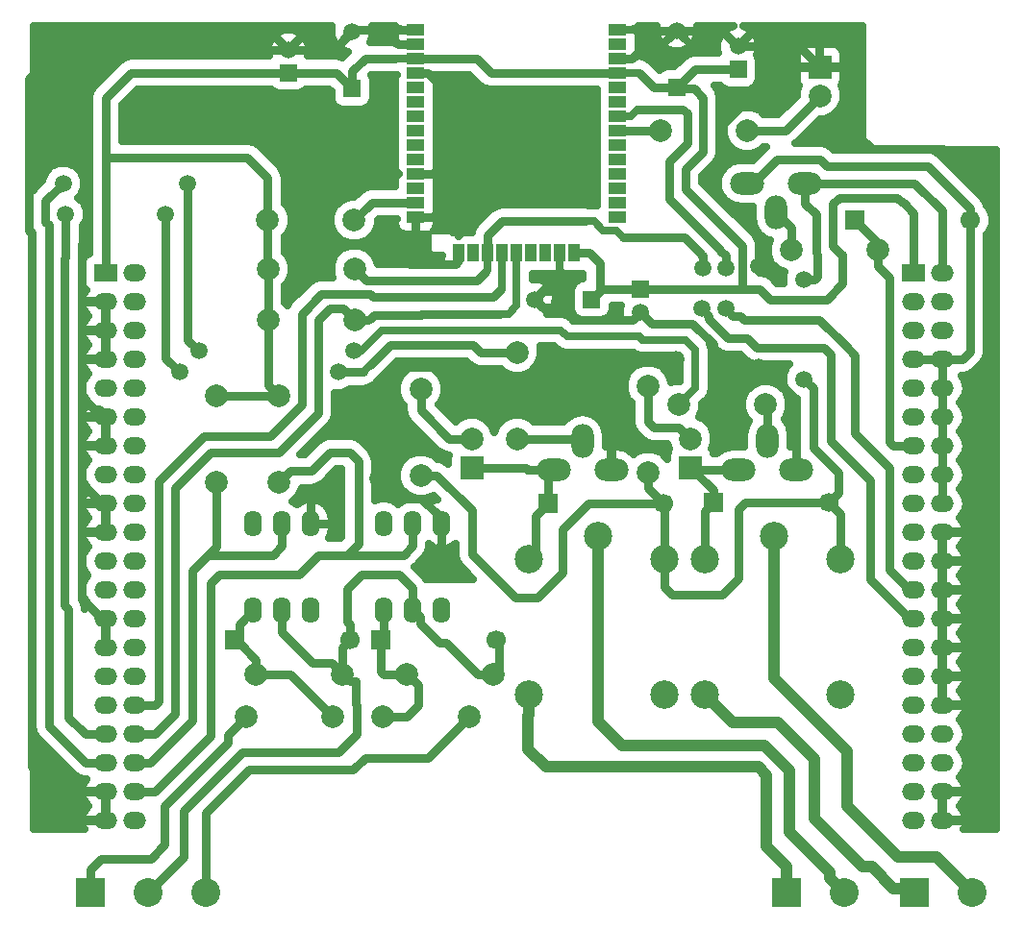
<source format=gbr>
G04 #@! TF.FileFunction,Copper,L2,Bot,Signal*
%FSLAX46Y46*%
G04 Gerber Fmt 4.6, Leading zero omitted, Abs format (unit mm)*
G04 Created by KiCad (PCBNEW 4.0.4-stable) date 12/03/16 12:25:19*
%MOMM*%
%LPD*%
G01*
G04 APERTURE LIST*
%ADD10C,0.100000*%
%ADD11R,2.000000X1.524000*%
%ADD12O,2.000000X1.524000*%
%ADD13C,2.500000*%
%ADD14C,1.699260*%
%ADD15R,1.699260X1.699260*%
%ADD16R,1.500000X1.500000*%
%ADD17C,1.500000*%
%ADD18R,2.000000X2.000000*%
%ADD19C,2.000000*%
%ADD20R,2.540000X2.540000*%
%ADD21C,2.540000*%
%ADD22C,1.998980*%
%ADD23O,1.600000X2.300000*%
%ADD24O,1.998980X2.999740*%
%ADD25O,2.999740X1.998980*%
%ADD26R,1.524000X1.016000*%
%ADD27R,1.016000X1.524000*%
%ADD28C,0.800000*%
%ADD29C,0.700000*%
%ADD30C,0.500000*%
%ADD31C,1.000000*%
G04 APERTURE END LIST*
D10*
D11*
X167130001Y-95635001D03*
D12*
X169670001Y-95635001D03*
X167130001Y-108335001D03*
X169670001Y-98175001D03*
X167130001Y-110875001D03*
X169670001Y-100715001D03*
X167130001Y-113415001D03*
X169670001Y-103255001D03*
X167130001Y-115955001D03*
X169670001Y-105795001D03*
X167130001Y-118495001D03*
X169670001Y-108335001D03*
X167130001Y-121035001D03*
X169670001Y-110875001D03*
X167130001Y-123575001D03*
X169670001Y-113415001D03*
X167130001Y-126115001D03*
X169670001Y-115955001D03*
X167130001Y-128655001D03*
X169670001Y-118495001D03*
X167130001Y-131195001D03*
X169670001Y-121035001D03*
X167130001Y-133735001D03*
X169670001Y-123575001D03*
X169670001Y-126115001D03*
X167130001Y-136275001D03*
X169670001Y-128655001D03*
X169670001Y-133735001D03*
X169670001Y-136275001D03*
X169670001Y-138815001D03*
X169670001Y-141355001D03*
X167130001Y-138815001D03*
X167130001Y-141355001D03*
X167130001Y-98175001D03*
X167130001Y-100715001D03*
X167130001Y-103255001D03*
X167130001Y-105795001D03*
X167130001Y-143895001D03*
X169670001Y-143895001D03*
X169670001Y-131195001D03*
D11*
X96010001Y-95635001D03*
D12*
X98550001Y-95635001D03*
X96010001Y-98175001D03*
X98550001Y-98175001D03*
X96010001Y-100715001D03*
X98550001Y-100715001D03*
X96010001Y-103255001D03*
X98550001Y-103255001D03*
X96010001Y-105795001D03*
X98550001Y-105795001D03*
X96010001Y-108335001D03*
X98550001Y-108335001D03*
X96010001Y-110875001D03*
X98550001Y-110875001D03*
X96010001Y-113415001D03*
X98550001Y-113415001D03*
X96010001Y-115955001D03*
X98550001Y-115955001D03*
X96010001Y-118495001D03*
X98550001Y-118495001D03*
X96010001Y-121035001D03*
X98550001Y-121035001D03*
X96010001Y-123575001D03*
X98550001Y-123575001D03*
X96010001Y-126115001D03*
X98550001Y-126115001D03*
X96010001Y-128655001D03*
X98550001Y-128655001D03*
X96010001Y-131195001D03*
X98550001Y-131195001D03*
X96010001Y-133735001D03*
X98550001Y-133735001D03*
X96010001Y-136275001D03*
X98550001Y-136275001D03*
X96010001Y-138815001D03*
X98550001Y-138815001D03*
X96010001Y-141355001D03*
X98550001Y-141355001D03*
X96010001Y-143895001D03*
X98550001Y-143895001D03*
D13*
X148750000Y-120912000D03*
X154846000Y-118880000D03*
X160688000Y-120912000D03*
X148750000Y-132850000D03*
X160688000Y-132850000D03*
X133250000Y-120912000D03*
X139346000Y-118880000D03*
X145188000Y-120912000D03*
X133250000Y-132850000D03*
X145188000Y-132850000D03*
D14*
X145160520Y-115997460D03*
D15*
X135000520Y-115997460D03*
D14*
X172160000Y-91000000D03*
D15*
X162000000Y-91000000D03*
D16*
X117700000Y-79400000D03*
D17*
X117700000Y-74400000D03*
D16*
X112100000Y-78000000D03*
D17*
X112100000Y-76000000D03*
D16*
X143100000Y-97100000D03*
D17*
X143100000Y-99100000D03*
D16*
X138800000Y-98000000D03*
D17*
X133800000Y-98000000D03*
D16*
X146300000Y-79300000D03*
D17*
X146300000Y-74300000D03*
D16*
X151700000Y-77700000D03*
D17*
X151700000Y-75700000D03*
D14*
X117500000Y-128000000D03*
D15*
X107340000Y-128000000D03*
D14*
X130410000Y-128000000D03*
D15*
X120250000Y-128000000D03*
D18*
X128250000Y-112790000D03*
D19*
X128250000Y-110250000D03*
D18*
X147500000Y-112790000D03*
D19*
X147500000Y-110250000D03*
D14*
X159660000Y-115897460D03*
D15*
X149500000Y-115897460D03*
D18*
X158900000Y-77500000D03*
D19*
X158900000Y-80040000D03*
D20*
X94670000Y-150250000D03*
D21*
X99750000Y-150250000D03*
X104830000Y-150250000D03*
D20*
X155960000Y-150250000D03*
D21*
X161040000Y-150250000D03*
D20*
X167210000Y-150250000D03*
D21*
X172290000Y-150250000D03*
D22*
X116000000Y-134750000D03*
X108380000Y-134750000D03*
X120380000Y-134750000D03*
X128000000Y-134750000D03*
X109250000Y-131000000D03*
X116870000Y-131000000D03*
X122500000Y-131000000D03*
X130120000Y-131000000D03*
X105750000Y-106500000D03*
X105750000Y-114120000D03*
X111250000Y-106500000D03*
X111250000Y-114120000D03*
X164000000Y-93600000D03*
X156380000Y-93600000D03*
X132250000Y-110250000D03*
X132250000Y-102630000D03*
X154120000Y-107250000D03*
X146500000Y-107250000D03*
X123750000Y-113500000D03*
X123750000Y-105880000D03*
X143750000Y-113250000D03*
X143750000Y-105630000D03*
X110300000Y-99750000D03*
X117920000Y-99750000D03*
X110300000Y-95300000D03*
X117920000Y-95300000D03*
X110280000Y-91000000D03*
X117900000Y-91000000D03*
X152500000Y-83100000D03*
X144880000Y-83100000D03*
D23*
X109000000Y-125370000D03*
X111540000Y-125370000D03*
X114080000Y-125370000D03*
X114080000Y-117750000D03*
X111540000Y-117750000D03*
X109000000Y-117750000D03*
D24*
X155040000Y-90290000D03*
D25*
X157580000Y-87750000D03*
X152500000Y-87750000D03*
D23*
X120500000Y-125370000D03*
X123040000Y-125370000D03*
X125580000Y-125370000D03*
X125580000Y-117750000D03*
X123040000Y-117750000D03*
X120500000Y-117750000D03*
D26*
X141100000Y-90725000D03*
X141100000Y-89455000D03*
X141100000Y-88185000D03*
X141100000Y-86915000D03*
X141100000Y-85645000D03*
X141100000Y-83105000D03*
X141100000Y-84375000D03*
X141100000Y-80565000D03*
X141100000Y-81835000D03*
X141100000Y-79295000D03*
X141100000Y-78025000D03*
X141100000Y-76755000D03*
X141100000Y-75485000D03*
X141100000Y-74215000D03*
X123320000Y-90725000D03*
X123320000Y-89455000D03*
X123320000Y-88185000D03*
X123320000Y-86915000D03*
X123320000Y-85645000D03*
X123320000Y-84375000D03*
X123320000Y-83105000D03*
X123320000Y-81835000D03*
X123320000Y-80565000D03*
X123320000Y-79295000D03*
X123320000Y-78025000D03*
X123320000Y-76755000D03*
X123320000Y-75485000D03*
X123320000Y-74215000D03*
D27*
X137290000Y-93900000D03*
X136020000Y-93900000D03*
X134750000Y-93900000D03*
X133480000Y-93900000D03*
X132210000Y-93900000D03*
X130940000Y-93900000D03*
X129670000Y-93900000D03*
X128400000Y-93900000D03*
X127130000Y-93900000D03*
D24*
X138000000Y-110500000D03*
D25*
X135460000Y-113040000D03*
X140540000Y-113040000D03*
D24*
X154290000Y-110500000D03*
D25*
X151750000Y-113040000D03*
X156830000Y-113040000D03*
D17*
X153500000Y-103900000D03*
X153539990Y-95039990D03*
X91400000Y-82900000D03*
X98700000Y-82900000D03*
X122054808Y-103900000D03*
X122000000Y-94100000D03*
X116250000Y-113735000D03*
X120000000Y-113750000D03*
X150100000Y-103250000D03*
X146250000Y-103233592D03*
X157500000Y-105000000D03*
X157500000Y-96250000D03*
X116500000Y-104400000D03*
X102500000Y-104400000D03*
X101250000Y-90500000D03*
X92500000Y-90500000D03*
X117900000Y-102500000D03*
X104200000Y-102500000D03*
X103250000Y-87750000D03*
X92250000Y-87750000D03*
X148600000Y-95200000D03*
X148500000Y-98800000D03*
X150600000Y-95200000D03*
X150600000Y-98800000D03*
D28*
X110300000Y-99750000D02*
X110300000Y-105550000D01*
X110300000Y-105550000D02*
X111250000Y-106500000D01*
X105750000Y-106500000D02*
X111250000Y-106500000D01*
X96010001Y-85500000D02*
X108500000Y-85500000D01*
X108500000Y-85500000D02*
X110280000Y-87280000D01*
X110280000Y-87280000D02*
X110280000Y-91000000D01*
X139500000Y-94802000D02*
X139500000Y-96900000D01*
X139500000Y-96900000D02*
X139700000Y-97100000D01*
X137290000Y-93900000D02*
X138598000Y-93900000D01*
X138598000Y-93900000D02*
X139500000Y-94802000D01*
X147800000Y-79400000D02*
X146400000Y-79400000D01*
X146400000Y-79400000D02*
X146300000Y-79300000D01*
X110300000Y-95300000D02*
X110300000Y-99750000D01*
X110280000Y-91000000D02*
X110280000Y-95280000D01*
X110280000Y-95280000D02*
X110300000Y-95300000D01*
X96010001Y-95635001D02*
X96010001Y-86129998D01*
X96010001Y-86129998D02*
X96025000Y-86114999D01*
X96010001Y-86100000D02*
X96010001Y-85500000D01*
X96010001Y-85500000D02*
X96010001Y-80239999D01*
X167130001Y-95635001D02*
X167130001Y-90380001D01*
X167130001Y-90380001D02*
X166250000Y-89500000D01*
X166250000Y-89500000D02*
X166200000Y-89500000D01*
X160900509Y-96599491D02*
X159500000Y-98000000D01*
X166200000Y-89500000D02*
X165700000Y-89000000D01*
X165700000Y-89000000D02*
X160600000Y-89000000D01*
X160600000Y-89000000D02*
X160050369Y-89549631D01*
X153622752Y-97100000D02*
X153400000Y-97100000D01*
X160050369Y-89549631D02*
X160050369Y-93229631D01*
X160050369Y-93229631D02*
X160821247Y-94000509D01*
X160821247Y-94000509D02*
X160900509Y-94000509D01*
X160900509Y-94000509D02*
X160900509Y-96599491D01*
X159500000Y-98000000D02*
X154522752Y-98000000D01*
X154522752Y-98000000D02*
X153622752Y-97100000D01*
X153400000Y-97100000D02*
X152100000Y-97100000D01*
X150250000Y-97100000D02*
X152100000Y-97100000D01*
X147100000Y-86500000D02*
X147100000Y-88294351D01*
X147800000Y-79400000D02*
X148600000Y-80200000D01*
X148600000Y-80200000D02*
X148600000Y-85000000D01*
X151935001Y-93129352D02*
X151935001Y-93135001D01*
X148600000Y-85000000D02*
X147100000Y-86500000D01*
X147100000Y-88294351D02*
X151935001Y-93129352D01*
X151935001Y-93135001D02*
X152100000Y-93300000D01*
X152100000Y-93300000D02*
X152100000Y-97100000D01*
X96025000Y-86114999D02*
X96010001Y-86100000D01*
X141100000Y-78025000D02*
X129925000Y-78025000D01*
X129925000Y-78025000D02*
X128655000Y-76755000D01*
X128655000Y-76755000D02*
X123320000Y-76755000D01*
D29*
X121500000Y-76750000D02*
X121505000Y-76755000D01*
X121505000Y-76755000D02*
X123320000Y-76755000D01*
X141100000Y-78025000D02*
X142975000Y-78025000D01*
X142975000Y-78025000D02*
X143000000Y-78000000D01*
D28*
X143100000Y-97100000D02*
X150250000Y-97100000D01*
X96010001Y-80239999D02*
X98250000Y-78000000D01*
X98250000Y-78000000D02*
X112100000Y-78000000D01*
X151700000Y-77700000D02*
X147900000Y-77700000D01*
X147900000Y-77700000D02*
X146300000Y-79300000D01*
X144300000Y-79300000D02*
X143000000Y-78000000D01*
X146300000Y-79300000D02*
X144300000Y-79300000D01*
X143100000Y-97100000D02*
X139700000Y-97100000D01*
X139700000Y-97100000D02*
X138800000Y-98000000D01*
X112100000Y-78000000D02*
X116300000Y-78000000D01*
X116300000Y-78000000D02*
X117700000Y-79400000D01*
X117800000Y-79500000D02*
X117700000Y-79400000D01*
X118850000Y-76750000D02*
X121500000Y-76750000D01*
X117700000Y-79400000D02*
X117700000Y-77900000D01*
X117700000Y-77900000D02*
X118850000Y-76750000D01*
X133800000Y-98000000D02*
X134549999Y-97250001D01*
X134549999Y-97250001D02*
X135499999Y-97250001D01*
X135499999Y-97250001D02*
X136000000Y-96750000D01*
X136000000Y-95800000D02*
X136000000Y-96750000D01*
X136020000Y-95730000D02*
X136020000Y-95780000D01*
X136020000Y-95780000D02*
X136000000Y-95800000D01*
X169670001Y-133735001D02*
X171985001Y-133735001D01*
X171985001Y-133735001D02*
X173250000Y-135000000D01*
X173250000Y-135000000D02*
X173250000Y-139575002D01*
X173250000Y-139575002D02*
X171470001Y-141355001D01*
X171470001Y-141355001D02*
X169670001Y-141355001D01*
X162000000Y-83250000D02*
X162000000Y-78800000D01*
X163500000Y-84750000D02*
X162000000Y-83250000D01*
X168000000Y-84750000D02*
X163500000Y-84750000D01*
X169749980Y-84749980D02*
X168000020Y-84749980D01*
X168000020Y-84749980D02*
X168000000Y-84750000D01*
X122000000Y-94100000D02*
X121000000Y-93100000D01*
X121000000Y-93100000D02*
X116350000Y-93100000D01*
X116350000Y-93100000D02*
X114000000Y-90750000D01*
X114000000Y-90750000D02*
X114000000Y-84500000D01*
X114000000Y-84500000D02*
X112400000Y-82900000D01*
X112400000Y-82900000D02*
X98700000Y-82900000D01*
X150400000Y-85400000D02*
X150400000Y-82536752D01*
X150400000Y-82536752D02*
X155436752Y-77500000D01*
X155436752Y-77500000D02*
X157100000Y-77500000D01*
X157100000Y-77500000D02*
X158900000Y-77500000D01*
X141100000Y-76755000D02*
X142362000Y-76755000D01*
X96010001Y-143895001D02*
X94210001Y-143895001D01*
X89250000Y-91878666D02*
X89250000Y-82800000D01*
X94210001Y-143895001D02*
X89500000Y-139185000D01*
X89500000Y-139185000D02*
X89500000Y-92128666D01*
X89500000Y-92128666D02*
X89250000Y-91878666D01*
X153539990Y-95039990D02*
X153539990Y-92339990D01*
X153500000Y-92300000D02*
X153400000Y-92300000D01*
X153539990Y-92339990D02*
X153500000Y-92300000D01*
X153400000Y-92300000D02*
X149900120Y-88800120D01*
X149900120Y-88800120D02*
X149900120Y-85899880D01*
X149900120Y-85899880D02*
X150400000Y-85400000D01*
X158900000Y-77500000D02*
X160700000Y-77500000D01*
X174109631Y-115855371D02*
X171470001Y-118495001D01*
X160700000Y-77500000D02*
X162000000Y-78800000D01*
X174109631Y-89109631D02*
X174109631Y-115855371D01*
X169749980Y-84749980D02*
X174109631Y-89109631D01*
X171470001Y-118495001D02*
X169670001Y-118495001D01*
X169670001Y-131195001D02*
X169670001Y-133735001D01*
X169670001Y-128655001D02*
X169670001Y-131195001D01*
X169670001Y-126115001D02*
X169670001Y-128655001D01*
X169670001Y-123575001D02*
X169670001Y-126115001D01*
X169670001Y-121035001D02*
X169670001Y-123575001D01*
X169670001Y-118495001D02*
X169670001Y-121035001D01*
X123320000Y-78025000D02*
X124400002Y-78025000D01*
X124400002Y-78025000D02*
X125500000Y-79124998D01*
X125500000Y-79124998D02*
X125500000Y-87533000D01*
X125500000Y-90200000D02*
X124975000Y-90725000D01*
X124975000Y-90725000D02*
X123320000Y-90725000D01*
X125500000Y-87533000D02*
X125500000Y-90200000D01*
X123320000Y-86915000D02*
X124882000Y-86915000D01*
X124882000Y-86915000D02*
X125500000Y-87533000D01*
X123320000Y-92033000D02*
X123320000Y-90725000D01*
X153300000Y-105150509D02*
X151400509Y-105150509D01*
X155127757Y-105150509D02*
X153300000Y-105150509D01*
X153300000Y-105150509D02*
X153300000Y-103900000D01*
X90800000Y-82800000D02*
X90900000Y-82900000D01*
X90900000Y-82900000D02*
X91400000Y-82900000D01*
X89250000Y-82800000D02*
X89250000Y-78500000D01*
X89250000Y-82800000D02*
X90800000Y-82800000D01*
X122800000Y-94900000D02*
X122000000Y-94100000D01*
X122000000Y-94100000D02*
X122634999Y-93465001D01*
X122634999Y-93465001D02*
X122634999Y-92718001D01*
X122634999Y-92718001D02*
X123320000Y-92033000D01*
X120000000Y-106004836D02*
X122054808Y-104085018D01*
X122054808Y-103950028D02*
X122054808Y-104085018D01*
X126800000Y-94900000D02*
X122800000Y-94900000D01*
X127130000Y-93900000D02*
X127130000Y-94570000D01*
X127130000Y-94570000D02*
X126800000Y-94900000D01*
X123320000Y-74215000D02*
X120400000Y-74215000D01*
X120400000Y-74215000D02*
X117885000Y-74215000D01*
X121673000Y-75400000D02*
X121585000Y-75400000D01*
X121585000Y-75400000D02*
X120400000Y-74215000D01*
X123320000Y-75485000D02*
X121758000Y-75485000D01*
X121758000Y-75485000D02*
X121673000Y-75400000D01*
D29*
X136020000Y-93900000D02*
X136020000Y-95730000D01*
X136020000Y-95730000D02*
X136000000Y-95750000D01*
D28*
X146300000Y-74300000D02*
X143600000Y-74300000D01*
X143600000Y-74300000D02*
X142923001Y-74300000D01*
X142362000Y-76755000D02*
X143600000Y-75517000D01*
X143600000Y-75517000D02*
X143600000Y-74300000D01*
D30*
X142362000Y-76755000D02*
X142517000Y-76600000D01*
D29*
X142923001Y-74300000D02*
X142838001Y-74215000D01*
X142838001Y-74215000D02*
X141100000Y-74215000D01*
D28*
X156830000Y-113040000D02*
X156830000Y-106852752D01*
X156830000Y-106852752D02*
X155127757Y-105150509D01*
X151400509Y-105150509D02*
X149500000Y-103250000D01*
X144098582Y-100098582D02*
X147500000Y-100098582D01*
X149500000Y-103250000D02*
X149500000Y-101939167D01*
X149500000Y-101939167D02*
X147659415Y-100098582D01*
X147659415Y-100098582D02*
X147500000Y-100098582D01*
X135775504Y-103000000D02*
X137000000Y-103000000D01*
X137000000Y-103000000D02*
X143750000Y-103000000D01*
X140540000Y-113040000D02*
X140540000Y-109570479D01*
X140540000Y-109570479D02*
X137000000Y-106030479D01*
X137000000Y-106030479D02*
X137000000Y-103000000D01*
X135000000Y-102987248D02*
X135762752Y-102987248D01*
X135762752Y-102987248D02*
X135775504Y-103000000D01*
X124799972Y-103950028D02*
X125579435Y-104729491D01*
X125579435Y-104729491D02*
X133257757Y-104729491D01*
X133257757Y-104729491D02*
X135000000Y-102987248D01*
X120000000Y-113750000D02*
X120000000Y-106004836D01*
X122054808Y-103950028D02*
X124799972Y-103950028D01*
X123827019Y-115500000D02*
X121750000Y-115500000D01*
X121750000Y-115500000D02*
X120000000Y-113750000D01*
X125580000Y-117750000D02*
X125580000Y-117252981D01*
X125580000Y-117252981D02*
X123827019Y-115500000D01*
X114080000Y-117750000D02*
X114080000Y-115905000D01*
X114080000Y-115905000D02*
X116250000Y-113735000D01*
X96010001Y-98175001D02*
X94210001Y-98175001D01*
X94210001Y-98175001D02*
X93909991Y-97874991D01*
X93909991Y-97874991D02*
X93909991Y-93090009D01*
X94500000Y-78500000D02*
X97000000Y-76000000D01*
X93909991Y-93090009D02*
X94500000Y-92500000D01*
X94500000Y-92500000D02*
X94500000Y-78500000D01*
X91750000Y-76000000D02*
X97000000Y-76000000D01*
X97000000Y-76000000D02*
X106500000Y-76000000D01*
X89250000Y-78500000D02*
X91750000Y-76000000D01*
X146000000Y-103000000D02*
X146016408Y-103000000D01*
X146016408Y-103000000D02*
X146250000Y-103233592D01*
X143750000Y-103000000D02*
X146000000Y-103000000D01*
X144098582Y-100098582D02*
X143100000Y-99100000D01*
X169670001Y-143895001D02*
X169670001Y-141355001D01*
X151700000Y-75700000D02*
X157100000Y-75700000D01*
X157100000Y-75700000D02*
X158900000Y-77500000D01*
X146300000Y-74300000D02*
X150300000Y-74300000D01*
X150300000Y-74300000D02*
X151700000Y-75700000D01*
X136199999Y-98699999D02*
X136199999Y-98780001D01*
X136199999Y-98780001D02*
X137219999Y-99800001D01*
X137219999Y-99800001D02*
X142399999Y-99800001D01*
X142399999Y-99800001D02*
X142450001Y-99749999D01*
X142450001Y-99749999D02*
X143100000Y-99100000D01*
X133800000Y-98000000D02*
X134499999Y-98699999D01*
X134499999Y-98699999D02*
X136199999Y-98699999D01*
X112100000Y-76000000D02*
X106500000Y-76000000D01*
X112100000Y-76000000D02*
X116100000Y-76000000D01*
X116100000Y-76000000D02*
X117700000Y-74400000D01*
X117885000Y-74215000D02*
X117700000Y-74400000D01*
X96010001Y-126115001D02*
X95678722Y-126115001D01*
X95678722Y-126115001D02*
X93909991Y-124346270D01*
X93909991Y-124346270D02*
X93909991Y-118795011D01*
X93909991Y-118795011D02*
X94210001Y-118495001D01*
X94210001Y-118495001D02*
X96010001Y-118495001D01*
X96010001Y-108335001D02*
X96010001Y-108260001D01*
X96010001Y-108260001D02*
X95407011Y-107657011D01*
X95407011Y-107657011D02*
X95000732Y-107657011D01*
X95000732Y-107657011D02*
X93909991Y-106566270D01*
X93909991Y-106566270D02*
X93909991Y-103555011D01*
X93909991Y-103555011D02*
X94210001Y-103255001D01*
X94210001Y-103255001D02*
X96010001Y-103255001D01*
X96010001Y-115955001D02*
X95678722Y-115955001D01*
X95678722Y-115955001D02*
X93909991Y-114186270D01*
X93909991Y-114186270D02*
X93909991Y-111175011D01*
X93909991Y-111175011D02*
X94210001Y-110875001D01*
X94210001Y-110875001D02*
X96010001Y-110875001D01*
X96010001Y-126115001D02*
X96010001Y-128655001D01*
X96010001Y-115955001D02*
X96010001Y-118495001D01*
X96010001Y-108335001D02*
X96010001Y-110875001D01*
X96010001Y-103255001D02*
X96010001Y-100715001D01*
X96010001Y-98175001D02*
X96010001Y-100715001D01*
X96010001Y-141355001D02*
X96010001Y-143895001D01*
X99750000Y-150250000D02*
X102900000Y-147100000D01*
X118000000Y-133642752D02*
X118000000Y-131620010D01*
X118000000Y-131620010D02*
X117490010Y-131620010D01*
X102900000Y-147100000D02*
X102900000Y-143047671D01*
X102900000Y-143047671D02*
X108047671Y-137900000D01*
X108047671Y-137900000D02*
X116479990Y-137900000D01*
X116479990Y-137900000D02*
X118099491Y-136280499D01*
X118099491Y-136280499D02*
X118099491Y-133742243D01*
X118099491Y-133742243D02*
X118000000Y-133642752D01*
X117490010Y-131620010D02*
X116870000Y-131000000D01*
X117250000Y-126367022D02*
X117500000Y-126617022D01*
X117500000Y-126617022D02*
X117500000Y-128000000D01*
X116870000Y-131000000D02*
X116870000Y-128630000D01*
X116870000Y-128630000D02*
X117500000Y-128000000D01*
X117250000Y-126367022D02*
X117250000Y-123500000D01*
X123040000Y-123420000D02*
X123040000Y-125370000D01*
X117250000Y-123500000D02*
X118500000Y-122250000D01*
X118500000Y-122250000D02*
X121870000Y-122250000D01*
X121870000Y-122250000D02*
X123040000Y-123420000D01*
X123040000Y-125370000D02*
X123120000Y-125370000D01*
X123120000Y-125370000D02*
X123679990Y-125929990D01*
X123679990Y-125929990D02*
X123679990Y-126507009D01*
X123679990Y-126507009D02*
X125422981Y-128250000D01*
X125422981Y-128250000D02*
X126000000Y-128250000D01*
X116870000Y-131000000D02*
X115870511Y-130000511D01*
X115870511Y-130000511D02*
X114220511Y-130000511D01*
X114220511Y-130000511D02*
X111540000Y-127320000D01*
X111540000Y-127320000D02*
X111540000Y-125370000D01*
X130620000Y-131000000D02*
X128750000Y-131000000D01*
X128750000Y-131000000D02*
X126000000Y-128250000D01*
X130620000Y-131000000D02*
X130620000Y-128380000D01*
X130620000Y-128380000D02*
X130750000Y-128250000D01*
X116000000Y-134750000D02*
X112250000Y-131000000D01*
X112250000Y-131000000D02*
X109250000Y-131000000D01*
X107753640Y-128232220D02*
X107753640Y-126616360D01*
X107753640Y-126616360D02*
X109000000Y-125370000D01*
X109250000Y-131000000D02*
X109250000Y-129728580D01*
X109250000Y-129728580D02*
X107753640Y-128232220D01*
X123500000Y-133750000D02*
X123500000Y-132000000D01*
X123500000Y-132000000D02*
X122500000Y-131000000D01*
X122500000Y-134750000D02*
X123500000Y-133750000D01*
X120380000Y-134750000D02*
X122500000Y-134750000D01*
X120500000Y-125370000D02*
X120500000Y-128160000D01*
X120500000Y-128160000D02*
X120590000Y-128250000D01*
X123000000Y-131000000D02*
X120500000Y-131000000D01*
X120500000Y-131000000D02*
X120250000Y-130750000D01*
X120250000Y-130750000D02*
X120250000Y-128590000D01*
X120250000Y-128590000D02*
X120590000Y-128250000D01*
X169670001Y-103255001D02*
X167130001Y-103255001D01*
X172160000Y-91500000D02*
X172160000Y-102565002D01*
X172160000Y-102565002D02*
X171470001Y-103255001D01*
X171470001Y-103255001D02*
X169670001Y-103255001D01*
X168409990Y-86249990D02*
X172160000Y-90000000D01*
X172160000Y-90000000D02*
X172160000Y-91500000D01*
X159549511Y-86249990D02*
X168409990Y-86249990D01*
X153000380Y-87750000D02*
X155099880Y-85650500D01*
X155099880Y-85650500D02*
X158950021Y-85650500D01*
X158950021Y-85650500D02*
X159549511Y-86249990D01*
X169670001Y-115955001D02*
X169670001Y-113415001D01*
X169670001Y-110875001D02*
X169670001Y-113415001D01*
X169670001Y-108335001D02*
X169670001Y-110875001D01*
X169670001Y-105795001D02*
X169670001Y-108335001D01*
X169670001Y-103255001D02*
X169670001Y-105795001D01*
X153000380Y-87750000D02*
X152500000Y-87750000D01*
X164000000Y-93600000D02*
X164000000Y-95013492D01*
X164000000Y-95013492D02*
X165029991Y-96043483D01*
X165029991Y-96043483D02*
X165029991Y-110574991D01*
X165029991Y-110574991D02*
X165330001Y-110875001D01*
X165330001Y-110875001D02*
X167130001Y-110875001D01*
X164000000Y-93600000D02*
X164000000Y-93000000D01*
X164000000Y-93000000D02*
X162000000Y-91000000D01*
X128250000Y-112790000D02*
X133010000Y-112790000D01*
X133160130Y-113040000D02*
X135460000Y-113040000D01*
X133010000Y-112790000D02*
X133010000Y-112889870D01*
X133010000Y-112889870D02*
X133160130Y-113040000D01*
X135000520Y-115997460D02*
X135000520Y-113499480D01*
X135000520Y-113499480D02*
X135460000Y-113040000D01*
X133904000Y-120912000D02*
X133904000Y-117093980D01*
X133904000Y-117093980D02*
X135000520Y-115997460D01*
X123750000Y-107750000D02*
X126250000Y-110250000D01*
X126250000Y-110250000D02*
X128250000Y-110250000D01*
X123750000Y-105880000D02*
X123750000Y-107750000D01*
X149500000Y-115897460D02*
X149500000Y-114790000D01*
X149500000Y-114790000D02*
X147500000Y-112790000D01*
X151750000Y-113040000D02*
X147750000Y-113040000D01*
X147750000Y-113040000D02*
X147500000Y-112790000D01*
X148750000Y-120912000D02*
X148750000Y-116647460D01*
X148750000Y-116647460D02*
X149500000Y-115897460D01*
X144250001Y-109250001D02*
X143750000Y-108750000D01*
X143750000Y-108750000D02*
X143750000Y-105630000D01*
X147500000Y-110250000D02*
X146500001Y-109250001D01*
X146500001Y-109250001D02*
X144250001Y-109250001D01*
X132050000Y-124250000D02*
X128250000Y-120450000D01*
X128250000Y-120450000D02*
X128250000Y-116586508D01*
X134044002Y-124250000D02*
X132050000Y-124250000D01*
X160688000Y-120912000D02*
X160688000Y-116925460D01*
X160688000Y-116925460D02*
X159660000Y-115897460D01*
X152352540Y-115897460D02*
X159660000Y-115897460D01*
X152352540Y-115897460D02*
X151750000Y-116500000D01*
X151750000Y-116500000D02*
X151750000Y-122544002D01*
X151750000Y-122544002D02*
X150294002Y-124000000D01*
X150294002Y-124000000D02*
X145900000Y-124000000D01*
X145900000Y-124000000D02*
X145188000Y-123288000D01*
X145188000Y-123288000D02*
X145188000Y-120912000D01*
X145188000Y-120912000D02*
X145188000Y-116024940D01*
X145188000Y-116024940D02*
X145160520Y-115997460D01*
X157500000Y-96250000D02*
X158408668Y-96250000D01*
X158408668Y-96250000D02*
X158700000Y-95958668D01*
X158700000Y-95958668D02*
X158700000Y-94000596D01*
X158700000Y-94000596D02*
X158550359Y-93850955D01*
X158550359Y-93850955D02*
X158550359Y-90519849D01*
X158550359Y-90519849D02*
X157580000Y-89549490D01*
X157580000Y-89549490D02*
X157580000Y-87750000D01*
X158330010Y-111070489D02*
X158330010Y-105830010D01*
X158330010Y-105830010D02*
X157500000Y-105000000D01*
X159660000Y-115897460D02*
X160509629Y-115047831D01*
X160509629Y-115047831D02*
X160509629Y-113250108D01*
X160509629Y-113250108D02*
X158330010Y-111070489D01*
X143750000Y-113250000D02*
X143750000Y-114586940D01*
X143750000Y-114586940D02*
X145160520Y-115997460D01*
X123750000Y-113500000D02*
X125163492Y-113500000D01*
X125163492Y-113500000D02*
X128250000Y-116586508D01*
X134044002Y-124250000D02*
X136250000Y-122044002D01*
X136250000Y-118250000D02*
X138502540Y-115997460D01*
X136250000Y-122044002D02*
X136250000Y-118250000D01*
X138502540Y-115997460D02*
X145160520Y-115997460D01*
X167250000Y-87750000D02*
X169670001Y-90170001D01*
X169670001Y-90170001D02*
X169670001Y-95635001D01*
X157580000Y-87750000D02*
X167250000Y-87750000D01*
X152500000Y-83100000D02*
X155840000Y-83100000D01*
X155840000Y-83100000D02*
X158900000Y-80040000D01*
X108380000Y-134750000D02*
X106750010Y-136379990D01*
X106750010Y-136379990D02*
X106750010Y-137076326D01*
X106750010Y-137076326D02*
X101200000Y-142626336D01*
X95600000Y-147250000D02*
X100000000Y-147250000D01*
X101200000Y-142626336D02*
X101200000Y-146050000D01*
X101200000Y-146050000D02*
X100000000Y-147250000D01*
X94670000Y-150250000D02*
X94670000Y-148180000D01*
X94670000Y-148180000D02*
X95600000Y-147250000D01*
X104830000Y-150250000D02*
X104830000Y-143239005D01*
X104830000Y-143239005D02*
X108668996Y-139400009D01*
X108668996Y-139400009D02*
X117806499Y-139400009D01*
X117806499Y-139400009D02*
X118836508Y-138370000D01*
X118836508Y-138370000D02*
X124380000Y-138370000D01*
X124380000Y-138370000D02*
X128000000Y-134750000D01*
D31*
X133200000Y-134667766D02*
X133250000Y-134617766D01*
X133250000Y-134617766D02*
X133250000Y-132850000D01*
X154200000Y-146220000D02*
X155960000Y-147980000D01*
X133200000Y-134667766D02*
X133200000Y-137600000D01*
X133200000Y-137600000D02*
X134800000Y-139200000D01*
X134800000Y-139200000D02*
X153500000Y-139200000D01*
X153500000Y-139200000D02*
X154200000Y-139900000D01*
X154200000Y-139900000D02*
X154200000Y-146220000D01*
X155960000Y-147980000D02*
X155960000Y-150250000D01*
X161040000Y-150250000D02*
X159770001Y-148980001D01*
X159770001Y-148980001D02*
X159770001Y-148470001D01*
X159770001Y-148470001D02*
X156200000Y-144900000D01*
X156200000Y-144900000D02*
X156200000Y-139500000D01*
X141500010Y-137300010D02*
X139346000Y-135146000D01*
X156200000Y-139500000D02*
X155900010Y-139200010D01*
X154004187Y-137300010D02*
X141500010Y-137300010D01*
X155900010Y-139200010D02*
X155900010Y-139195833D01*
X155900010Y-139195833D02*
X154004187Y-137300010D01*
X139346000Y-135146000D02*
X139346000Y-118880000D01*
X148750000Y-132850000D02*
X151200000Y-135300000D01*
X151200000Y-135300000D02*
X155200000Y-135300000D01*
X155200000Y-135300000D02*
X158400000Y-138500000D01*
X158400000Y-138500000D02*
X158400000Y-143710000D01*
X158400000Y-143710000D02*
X162690000Y-148000000D01*
X162690000Y-148000000D02*
X163500000Y-148000000D01*
X163500000Y-148000000D02*
X165400000Y-149900000D01*
X165400000Y-149900000D02*
X166860000Y-149900000D01*
X166860000Y-149900000D02*
X167210000Y-150250000D01*
X167210000Y-149710000D02*
X167210000Y-150250000D01*
X154846000Y-118880000D02*
X154846000Y-131346000D01*
X154846000Y-131346000D02*
X161300000Y-137800000D01*
X161300000Y-137800000D02*
X161300000Y-142600000D01*
X161300000Y-142600000D02*
X165800000Y-147100000D01*
X165800000Y-147100000D02*
X169140000Y-147100000D01*
X169140000Y-147100000D02*
X172290000Y-150250000D01*
D28*
X132250000Y-110250000D02*
X137750000Y-110250000D01*
X137750000Y-110250000D02*
X138000000Y-110500000D01*
X154290000Y-110500000D02*
X154290000Y-107420000D01*
X154290000Y-107420000D02*
X154120000Y-107250000D01*
X105750000Y-114120000D02*
X105750000Y-119750000D01*
X105750000Y-119750000D02*
X105000000Y-120500000D01*
X105000000Y-120500000D02*
X110740000Y-120500000D01*
X110740000Y-120500000D02*
X111540000Y-119700000D01*
X111540000Y-119700000D02*
X111540000Y-117750000D01*
X105000000Y-120500000D02*
X103650031Y-121849969D01*
X103650031Y-121849969D02*
X103650031Y-135096305D01*
X103650031Y-135096305D02*
X99931335Y-138815001D01*
X99931335Y-138815001D02*
X98550001Y-138815001D01*
X111250000Y-114120000D02*
X112249489Y-113120511D01*
X112249489Y-113120511D02*
X114129489Y-113120511D01*
X118250000Y-119500000D02*
X118000000Y-119750000D01*
X114129489Y-113120511D02*
X115750000Y-111500000D01*
X115750000Y-111500000D02*
X117500000Y-111500000D01*
X117500000Y-111500000D02*
X118250000Y-112250000D01*
X118250000Y-112250000D02*
X118250000Y-119500000D01*
X118000000Y-119750000D02*
X117250000Y-120500000D01*
X114750000Y-120500000D02*
X117250000Y-120500000D01*
X117250000Y-120500000D02*
X122240000Y-120500000D01*
X122240000Y-120500000D02*
X123040000Y-119700000D01*
X123040000Y-119700000D02*
X123040000Y-117750000D01*
X114750000Y-120500000D02*
X113039990Y-122210010D01*
X113039990Y-122210010D02*
X106039990Y-122210010D01*
X106039990Y-122210010D02*
X105250000Y-123000000D01*
X105250000Y-136455002D02*
X100350001Y-141355001D01*
X105250000Y-123000000D02*
X105250000Y-136455002D01*
X100350001Y-141355001D02*
X98550001Y-141355001D01*
X156380000Y-93600000D02*
X156380000Y-91630000D01*
X156380000Y-91630000D02*
X155040000Y-90290000D01*
X155380000Y-90630000D02*
X155040000Y-90290000D01*
X116500000Y-104400000D02*
X118700000Y-104400000D01*
X102500000Y-104400000D02*
X101250000Y-103150000D01*
D29*
X101250000Y-103150000D02*
X101250000Y-103000000D01*
X118700000Y-104400000D02*
X119300000Y-103800000D01*
D28*
X119300000Y-103800000D02*
X121099960Y-102000040D01*
X129030000Y-102630000D02*
X132250000Y-102630000D01*
X121099960Y-102000040D02*
X123999960Y-102000040D01*
X123999960Y-102000040D02*
X124000000Y-102000000D01*
X124000000Y-102000000D02*
X128400000Y-102000000D01*
X128400000Y-102000000D02*
X129030000Y-102630000D01*
X92409981Y-94340019D02*
X92500000Y-94250000D01*
X92500000Y-94250000D02*
X92500000Y-90500000D01*
X101250000Y-90500000D02*
X101250000Y-103000000D01*
D29*
X92459981Y-90500000D02*
X92174991Y-90500000D01*
D28*
X92750020Y-125307633D02*
X92409981Y-124967594D01*
X92409981Y-124967594D02*
X92409981Y-94340019D01*
X92750020Y-134815020D02*
X92750020Y-125307633D01*
X96010001Y-136275001D02*
X94210001Y-136275001D01*
X94210001Y-136275001D02*
X92750020Y-134815020D01*
D29*
X146500000Y-107250000D02*
X147950000Y-105800000D01*
X147950000Y-105800000D02*
X147935001Y-105785001D01*
X136619386Y-101250011D02*
X136069405Y-100700030D01*
X147935001Y-105785001D02*
X147935001Y-102424791D01*
X147935001Y-102424791D02*
X147058802Y-101548592D01*
X147058802Y-101548592D02*
X143298592Y-101548592D01*
X136069405Y-100700030D02*
X120299970Y-100700030D01*
X118500000Y-102500000D02*
X117900000Y-102500000D01*
X143298592Y-101548592D02*
X143000011Y-101250011D01*
X143000011Y-101250011D02*
X136619386Y-101250011D01*
X120299970Y-100700030D02*
X118500000Y-102500000D01*
D28*
X90700010Y-89299990D02*
X92250000Y-87750000D01*
X96010001Y-138815001D02*
X94210001Y-138815001D01*
X90700010Y-91142012D02*
X90700010Y-89299990D01*
X94210001Y-138815001D02*
X91000000Y-135605000D01*
X91000000Y-135605000D02*
X91000000Y-91442002D01*
X91000000Y-91442002D02*
X90700010Y-91142012D01*
X103250000Y-87750000D02*
X103250000Y-101550000D01*
X103250000Y-101550000D02*
X104200000Y-102500000D01*
X98550001Y-136275001D02*
X100350001Y-136275001D01*
X114750000Y-99750000D02*
X115750000Y-98750000D01*
X115750000Y-98750000D02*
X116920000Y-98750000D01*
X100350001Y-136275001D02*
X102150021Y-134474981D01*
X105262752Y-111500000D02*
X111250000Y-111500000D01*
X114750000Y-108000000D02*
X114750000Y-99750000D01*
X102150021Y-134474981D02*
X102150021Y-114612731D01*
X102150021Y-114612731D02*
X105262752Y-111500000D01*
X111250000Y-111500000D02*
X114750000Y-108000000D01*
X116920000Y-98750000D02*
X117920000Y-99750000D01*
X119599980Y-99400020D02*
X123700020Y-99400020D01*
X123700020Y-99400020D02*
X123850020Y-99250020D01*
X123850020Y-99250020D02*
X130749980Y-99250020D01*
X119150000Y-99750000D02*
X119200000Y-99700000D01*
X119200000Y-99700000D02*
X119300000Y-99700000D01*
X119300000Y-99700000D02*
X119599980Y-99400020D01*
X117920000Y-99750000D02*
X119150000Y-99750000D01*
X118070000Y-99900000D02*
X117920000Y-99750000D01*
D29*
X132200000Y-95372000D02*
X132200000Y-98500000D01*
X132200000Y-98500000D02*
X131449980Y-99250020D01*
X131449980Y-99250020D02*
X130749980Y-99250020D01*
X132210000Y-93900000D02*
X132210000Y-95362000D01*
X132210000Y-95362000D02*
X132200000Y-95372000D01*
D28*
X129670000Y-93900000D02*
X129670000Y-92338000D01*
X129670000Y-92338000D02*
X130908000Y-91100000D01*
X130908000Y-91100000D02*
X138300000Y-91100000D01*
X117920000Y-95300000D02*
X118919489Y-96299489D01*
X118919489Y-96299489D02*
X128732511Y-96299489D01*
X128732511Y-96299489D02*
X129500000Y-95532000D01*
X148600000Y-95200000D02*
X148600000Y-94139340D01*
X148600000Y-94139340D02*
X148460660Y-94000000D01*
X148460660Y-94000000D02*
X148460660Y-93960660D01*
X148460660Y-93960660D02*
X147000000Y-92500000D01*
X147000000Y-92500000D02*
X144000000Y-92500000D01*
X144000000Y-92500000D02*
X141600000Y-92500000D01*
X148500000Y-98800000D02*
X149134999Y-99434999D01*
X149134999Y-99434999D02*
X149134999Y-99734999D01*
X149134999Y-99734999D02*
X150776644Y-101376644D01*
X159830020Y-102830020D02*
X159830020Y-110449165D01*
X150776644Y-101376644D02*
X152500009Y-101376644D01*
X152500009Y-101376644D02*
X153373365Y-102250000D01*
X159830020Y-110449165D02*
X163342010Y-113961155D01*
X166798722Y-126115001D02*
X167130001Y-126115001D01*
X153373365Y-102250000D02*
X159250000Y-102250000D01*
X159250000Y-102250000D02*
X159830020Y-102830020D01*
X163342010Y-113961155D02*
X163342010Y-122658289D01*
X163342010Y-122658289D02*
X166798722Y-126115001D01*
D29*
X141000000Y-91900000D02*
X141600000Y-92500000D01*
X139800000Y-91900000D02*
X141000000Y-91900000D01*
X139000000Y-91100000D02*
X139800000Y-91900000D01*
X138300000Y-91100000D02*
X139000000Y-91100000D01*
X129670000Y-93900000D02*
X129670000Y-95362000D01*
X129670000Y-95362000D02*
X129500000Y-95532000D01*
D28*
X123320000Y-89455000D02*
X119445000Y-89455000D01*
X119445000Y-89455000D02*
X117900000Y-91000000D01*
X141100000Y-83105000D02*
X144875000Y-83105000D01*
X144875000Y-83105000D02*
X144880000Y-83100000D01*
D30*
X143150000Y-83100000D02*
X144880000Y-83100000D01*
D28*
X150600000Y-98800000D02*
X151234999Y-99434999D01*
X151234999Y-99434999D02*
X151934999Y-99434999D01*
X161121334Y-102021334D02*
X162000000Y-102900000D01*
X162000000Y-102900000D02*
X162000000Y-109800000D01*
X151934999Y-99434999D02*
X152250000Y-99750000D01*
X152250000Y-99750000D02*
X158871334Y-99750000D01*
X158871334Y-99750000D02*
X161121334Y-102000000D01*
X161121334Y-102000000D02*
X161121334Y-102021334D01*
X162000000Y-109800000D02*
X165000000Y-112800000D01*
X165000000Y-112800000D02*
X165000000Y-121776279D01*
X165000000Y-121776279D02*
X166798722Y-123575001D01*
X166798722Y-123575001D02*
X167130001Y-123575001D01*
X150600000Y-95200000D02*
X150600000Y-94139340D01*
X150600000Y-94139340D02*
X150115001Y-93654341D01*
X150115001Y-93654341D02*
X150115001Y-93615001D01*
X142855002Y-81250000D02*
X146850000Y-81250000D01*
X146850000Y-81250000D02*
X147200000Y-81600000D01*
X145600000Y-85800000D02*
X145600000Y-89100000D01*
X147200000Y-81600000D02*
X147200000Y-84200000D01*
X147200000Y-84200000D02*
X145600000Y-85800000D01*
X145600000Y-89100000D02*
X150115001Y-93615001D01*
D29*
X141100000Y-81835000D02*
X142270002Y-81835000D01*
X142270002Y-81835000D02*
X142855002Y-81250000D01*
D28*
X98550001Y-133735001D02*
X100350001Y-133735001D01*
X100350001Y-133735001D02*
X100650011Y-133434991D01*
X100650011Y-133434991D02*
X100650012Y-113991406D01*
X100650012Y-113991406D02*
X104641418Y-110000000D01*
X104641418Y-110000000D02*
X110500000Y-110000000D01*
X110500000Y-110000000D02*
X113250000Y-107250000D01*
X113250000Y-107250000D02*
X113250000Y-99250000D01*
X113250000Y-99250000D02*
X115000000Y-97500000D01*
D29*
X130940000Y-93900000D02*
X130940000Y-96931334D01*
X130940000Y-96931334D02*
X130810667Y-97060667D01*
D28*
X119298666Y-97500000D02*
X119548676Y-97750010D01*
X119548676Y-97750010D02*
X130121324Y-97750010D01*
X114812752Y-97687248D02*
X115000000Y-97500000D01*
X115000000Y-97500000D02*
X119298666Y-97500000D01*
X130121324Y-97750010D02*
X130810667Y-97060667D01*
X98881280Y-133735001D02*
X98550001Y-133735001D01*
D29*
G36*
X174375000Y-144650000D02*
X171533419Y-144650000D01*
X171601205Y-144542230D01*
X171689189Y-144227737D01*
X171456694Y-143945001D01*
X169720001Y-143945001D01*
X169720001Y-143965001D01*
X169620001Y-143965001D01*
X169620001Y-143945001D01*
X169600001Y-143945001D01*
X169600001Y-143845001D01*
X169620001Y-143845001D01*
X169620001Y-141405001D01*
X169720001Y-141405001D01*
X169720001Y-143845001D01*
X171456694Y-143845001D01*
X171689189Y-143562265D01*
X171601205Y-143247772D01*
X171224634Y-142649078D01*
X171190667Y-142625001D01*
X171224634Y-142600924D01*
X171601205Y-142002230D01*
X171689189Y-141687737D01*
X171456694Y-141405001D01*
X169720001Y-141405001D01*
X169620001Y-141405001D01*
X169600001Y-141405001D01*
X169600001Y-141305001D01*
X169620001Y-141305001D01*
X169620001Y-141285001D01*
X169720001Y-141285001D01*
X169720001Y-141305001D01*
X171456694Y-141305001D01*
X171689189Y-141022265D01*
X171601205Y-140707772D01*
X171224634Y-140109078D01*
X171217671Y-140104142D01*
X171229440Y-140096278D01*
X171622233Y-139508423D01*
X171760163Y-138815001D01*
X171622233Y-138121579D01*
X171236975Y-137545001D01*
X171622233Y-136968423D01*
X171760163Y-136275001D01*
X171622233Y-135581579D01*
X171229440Y-134993724D01*
X171217671Y-134985860D01*
X171224634Y-134980924D01*
X171601205Y-134382230D01*
X171689189Y-134067737D01*
X171456694Y-133785001D01*
X169720001Y-133785001D01*
X169720001Y-133805001D01*
X169620001Y-133805001D01*
X169620001Y-133785001D01*
X169600001Y-133785001D01*
X169600001Y-133685001D01*
X169620001Y-133685001D01*
X169620001Y-131245001D01*
X169720001Y-131245001D01*
X169720001Y-133685001D01*
X171456694Y-133685001D01*
X171689189Y-133402265D01*
X171601205Y-133087772D01*
X171224634Y-132489078D01*
X171190667Y-132465001D01*
X171224634Y-132440924D01*
X171601205Y-131842230D01*
X171689189Y-131527737D01*
X171456694Y-131245001D01*
X169720001Y-131245001D01*
X169620001Y-131245001D01*
X169600001Y-131245001D01*
X169600001Y-131145001D01*
X169620001Y-131145001D01*
X169620001Y-128705001D01*
X169720001Y-128705001D01*
X169720001Y-131145001D01*
X171456694Y-131145001D01*
X171689189Y-130862265D01*
X171601205Y-130547772D01*
X171224634Y-129949078D01*
X171190667Y-129925001D01*
X171224634Y-129900924D01*
X171601205Y-129302230D01*
X171689189Y-128987737D01*
X171456694Y-128705001D01*
X169720001Y-128705001D01*
X169620001Y-128705001D01*
X169600001Y-128705001D01*
X169600001Y-128605001D01*
X169620001Y-128605001D01*
X169620001Y-126165001D01*
X169720001Y-126165001D01*
X169720001Y-128605001D01*
X171456694Y-128605001D01*
X171689189Y-128322265D01*
X171601205Y-128007772D01*
X171224634Y-127409078D01*
X171190667Y-127385001D01*
X171224634Y-127360924D01*
X171601205Y-126762230D01*
X171689189Y-126447737D01*
X171456694Y-126165001D01*
X169720001Y-126165001D01*
X169620001Y-126165001D01*
X169600001Y-126165001D01*
X169600001Y-126065001D01*
X169620001Y-126065001D01*
X169620001Y-123625001D01*
X169720001Y-123625001D01*
X169720001Y-126065001D01*
X171456694Y-126065001D01*
X171689189Y-125782265D01*
X171601205Y-125467772D01*
X171224634Y-124869078D01*
X171190667Y-124845001D01*
X171224634Y-124820924D01*
X171601205Y-124222230D01*
X171689189Y-123907737D01*
X171456694Y-123625001D01*
X169720001Y-123625001D01*
X169620001Y-123625001D01*
X169600001Y-123625001D01*
X169600001Y-123525001D01*
X169620001Y-123525001D01*
X169620001Y-121085001D01*
X169720001Y-121085001D01*
X169720001Y-123525001D01*
X171456694Y-123525001D01*
X171689189Y-123242265D01*
X171601205Y-122927772D01*
X171224634Y-122329078D01*
X171190667Y-122305001D01*
X171224634Y-122280924D01*
X171601205Y-121682230D01*
X171689189Y-121367737D01*
X171456694Y-121085001D01*
X169720001Y-121085001D01*
X169620001Y-121085001D01*
X169600001Y-121085001D01*
X169600001Y-120985001D01*
X169620001Y-120985001D01*
X169620001Y-118545001D01*
X169720001Y-118545001D01*
X169720001Y-120985001D01*
X171456694Y-120985001D01*
X171689189Y-120702265D01*
X171601205Y-120387772D01*
X171224634Y-119789078D01*
X171190667Y-119765001D01*
X171224634Y-119740924D01*
X171601205Y-119142230D01*
X171689189Y-118827737D01*
X171456694Y-118545001D01*
X169720001Y-118545001D01*
X169620001Y-118545001D01*
X169600001Y-118545001D01*
X169600001Y-118445001D01*
X169620001Y-118445001D01*
X169620001Y-118425001D01*
X169720001Y-118425001D01*
X169720001Y-118445001D01*
X171456694Y-118445001D01*
X171689189Y-118162265D01*
X171601205Y-117847772D01*
X171224634Y-117249078D01*
X171217671Y-117244142D01*
X171229440Y-117236278D01*
X171622233Y-116648423D01*
X171760163Y-115955001D01*
X171622233Y-115261579D01*
X171236975Y-114685001D01*
X171622233Y-114108423D01*
X171760163Y-113415001D01*
X171622233Y-112721579D01*
X171236975Y-112145001D01*
X171622233Y-111568423D01*
X171760163Y-110875001D01*
X171622233Y-110181579D01*
X171236975Y-109605001D01*
X171622233Y-109028423D01*
X171760163Y-108335001D01*
X171622233Y-107641579D01*
X171236975Y-107065001D01*
X171622233Y-106488423D01*
X171760163Y-105795001D01*
X171622233Y-105101579D01*
X171357247Y-104705001D01*
X171470001Y-104705001D01*
X172024892Y-104594626D01*
X172495306Y-104280306D01*
X173185305Y-103590307D01*
X173499625Y-103119893D01*
X173610000Y-102565002D01*
X173610000Y-92236670D01*
X173769489Y-92077459D01*
X174059300Y-91379518D01*
X174059959Y-90623798D01*
X173771367Y-89925352D01*
X173551301Y-89704902D01*
X173499625Y-89445109D01*
X173185305Y-88974695D01*
X169435295Y-85224685D01*
X168964881Y-84910365D01*
X168535723Y-84825000D01*
X174375000Y-84825000D01*
X174375000Y-144650000D01*
X174375000Y-144650000D01*
G37*
X174375000Y-144650000D02*
X171533419Y-144650000D01*
X171601205Y-144542230D01*
X171689189Y-144227737D01*
X171456694Y-143945001D01*
X169720001Y-143945001D01*
X169720001Y-143965001D01*
X169620001Y-143965001D01*
X169620001Y-143945001D01*
X169600001Y-143945001D01*
X169600001Y-143845001D01*
X169620001Y-143845001D01*
X169620001Y-141405001D01*
X169720001Y-141405001D01*
X169720001Y-143845001D01*
X171456694Y-143845001D01*
X171689189Y-143562265D01*
X171601205Y-143247772D01*
X171224634Y-142649078D01*
X171190667Y-142625001D01*
X171224634Y-142600924D01*
X171601205Y-142002230D01*
X171689189Y-141687737D01*
X171456694Y-141405001D01*
X169720001Y-141405001D01*
X169620001Y-141405001D01*
X169600001Y-141405001D01*
X169600001Y-141305001D01*
X169620001Y-141305001D01*
X169620001Y-141285001D01*
X169720001Y-141285001D01*
X169720001Y-141305001D01*
X171456694Y-141305001D01*
X171689189Y-141022265D01*
X171601205Y-140707772D01*
X171224634Y-140109078D01*
X171217671Y-140104142D01*
X171229440Y-140096278D01*
X171622233Y-139508423D01*
X171760163Y-138815001D01*
X171622233Y-138121579D01*
X171236975Y-137545001D01*
X171622233Y-136968423D01*
X171760163Y-136275001D01*
X171622233Y-135581579D01*
X171229440Y-134993724D01*
X171217671Y-134985860D01*
X171224634Y-134980924D01*
X171601205Y-134382230D01*
X171689189Y-134067737D01*
X171456694Y-133785001D01*
X169720001Y-133785001D01*
X169720001Y-133805001D01*
X169620001Y-133805001D01*
X169620001Y-133785001D01*
X169600001Y-133785001D01*
X169600001Y-133685001D01*
X169620001Y-133685001D01*
X169620001Y-131245001D01*
X169720001Y-131245001D01*
X169720001Y-133685001D01*
X171456694Y-133685001D01*
X171689189Y-133402265D01*
X171601205Y-133087772D01*
X171224634Y-132489078D01*
X171190667Y-132465001D01*
X171224634Y-132440924D01*
X171601205Y-131842230D01*
X171689189Y-131527737D01*
X171456694Y-131245001D01*
X169720001Y-131245001D01*
X169620001Y-131245001D01*
X169600001Y-131245001D01*
X169600001Y-131145001D01*
X169620001Y-131145001D01*
X169620001Y-128705001D01*
X169720001Y-128705001D01*
X169720001Y-131145001D01*
X171456694Y-131145001D01*
X171689189Y-130862265D01*
X171601205Y-130547772D01*
X171224634Y-129949078D01*
X171190667Y-129925001D01*
X171224634Y-129900924D01*
X171601205Y-129302230D01*
X171689189Y-128987737D01*
X171456694Y-128705001D01*
X169720001Y-128705001D01*
X169620001Y-128705001D01*
X169600001Y-128705001D01*
X169600001Y-128605001D01*
X169620001Y-128605001D01*
X169620001Y-126165001D01*
X169720001Y-126165001D01*
X169720001Y-128605001D01*
X171456694Y-128605001D01*
X171689189Y-128322265D01*
X171601205Y-128007772D01*
X171224634Y-127409078D01*
X171190667Y-127385001D01*
X171224634Y-127360924D01*
X171601205Y-126762230D01*
X171689189Y-126447737D01*
X171456694Y-126165001D01*
X169720001Y-126165001D01*
X169620001Y-126165001D01*
X169600001Y-126165001D01*
X169600001Y-126065001D01*
X169620001Y-126065001D01*
X169620001Y-123625001D01*
X169720001Y-123625001D01*
X169720001Y-126065001D01*
X171456694Y-126065001D01*
X171689189Y-125782265D01*
X171601205Y-125467772D01*
X171224634Y-124869078D01*
X171190667Y-124845001D01*
X171224634Y-124820924D01*
X171601205Y-124222230D01*
X171689189Y-123907737D01*
X171456694Y-123625001D01*
X169720001Y-123625001D01*
X169620001Y-123625001D01*
X169600001Y-123625001D01*
X169600001Y-123525001D01*
X169620001Y-123525001D01*
X169620001Y-121085001D01*
X169720001Y-121085001D01*
X169720001Y-123525001D01*
X171456694Y-123525001D01*
X171689189Y-123242265D01*
X171601205Y-122927772D01*
X171224634Y-122329078D01*
X171190667Y-122305001D01*
X171224634Y-122280924D01*
X171601205Y-121682230D01*
X171689189Y-121367737D01*
X171456694Y-121085001D01*
X169720001Y-121085001D01*
X169620001Y-121085001D01*
X169600001Y-121085001D01*
X169600001Y-120985001D01*
X169620001Y-120985001D01*
X169620001Y-118545001D01*
X169720001Y-118545001D01*
X169720001Y-120985001D01*
X171456694Y-120985001D01*
X171689189Y-120702265D01*
X171601205Y-120387772D01*
X171224634Y-119789078D01*
X171190667Y-119765001D01*
X171224634Y-119740924D01*
X171601205Y-119142230D01*
X171689189Y-118827737D01*
X171456694Y-118545001D01*
X169720001Y-118545001D01*
X169620001Y-118545001D01*
X169600001Y-118545001D01*
X169600001Y-118445001D01*
X169620001Y-118445001D01*
X169620001Y-118425001D01*
X169720001Y-118425001D01*
X169720001Y-118445001D01*
X171456694Y-118445001D01*
X171689189Y-118162265D01*
X171601205Y-117847772D01*
X171224634Y-117249078D01*
X171217671Y-117244142D01*
X171229440Y-117236278D01*
X171622233Y-116648423D01*
X171760163Y-115955001D01*
X171622233Y-115261579D01*
X171236975Y-114685001D01*
X171622233Y-114108423D01*
X171760163Y-113415001D01*
X171622233Y-112721579D01*
X171236975Y-112145001D01*
X171622233Y-111568423D01*
X171760163Y-110875001D01*
X171622233Y-110181579D01*
X171236975Y-109605001D01*
X171622233Y-109028423D01*
X171760163Y-108335001D01*
X171622233Y-107641579D01*
X171236975Y-107065001D01*
X171622233Y-106488423D01*
X171760163Y-105795001D01*
X171622233Y-105101579D01*
X171357247Y-104705001D01*
X171470001Y-104705001D01*
X172024892Y-104594626D01*
X172495306Y-104280306D01*
X173185305Y-103590307D01*
X173499625Y-103119893D01*
X173610000Y-102565002D01*
X173610000Y-92236670D01*
X173769489Y-92077459D01*
X174059300Y-91379518D01*
X174059959Y-90623798D01*
X173771367Y-89925352D01*
X173551301Y-89704902D01*
X173499625Y-89445109D01*
X173185305Y-88974695D01*
X169435295Y-85224685D01*
X168964881Y-84910365D01*
X168535723Y-84825000D01*
X174375000Y-84825000D01*
X174375000Y-144650000D01*
G36*
X89660375Y-136159891D02*
X89974695Y-136630305D01*
X93184696Y-139840306D01*
X93655110Y-140154626D01*
X94210001Y-140265001D01*
X94357294Y-140265001D01*
X94078797Y-140707772D01*
X93990813Y-141022265D01*
X94223308Y-141305001D01*
X95960001Y-141305001D01*
X95960001Y-141285001D01*
X96060001Y-141285001D01*
X96060001Y-141305001D01*
X96080001Y-141305001D01*
X96080001Y-141405001D01*
X96060001Y-141405001D01*
X96060001Y-143845001D01*
X96080001Y-143845001D01*
X96080001Y-143945001D01*
X96060001Y-143945001D01*
X96060001Y-143965001D01*
X95960001Y-143965001D01*
X95960001Y-143945001D01*
X94223308Y-143945001D01*
X93990813Y-144227737D01*
X94078797Y-144542230D01*
X94146583Y-144650000D01*
X89625000Y-144650000D01*
X89625000Y-141687737D01*
X93990813Y-141687737D01*
X94078797Y-142002230D01*
X94455368Y-142600924D01*
X94489335Y-142625001D01*
X94455368Y-142649078D01*
X94078797Y-143247772D01*
X93990813Y-143562265D01*
X94223308Y-143845001D01*
X95960001Y-143845001D01*
X95960001Y-141405001D01*
X94223308Y-141405001D01*
X93990813Y-141687737D01*
X89625000Y-141687737D01*
X89625000Y-135982049D01*
X89660375Y-136159891D01*
X89660375Y-136159891D01*
G37*
X89660375Y-136159891D02*
X89974695Y-136630305D01*
X93184696Y-139840306D01*
X93655110Y-140154626D01*
X94210001Y-140265001D01*
X94357294Y-140265001D01*
X94078797Y-140707772D01*
X93990813Y-141022265D01*
X94223308Y-141305001D01*
X95960001Y-141305001D01*
X95960001Y-141285001D01*
X96060001Y-141285001D01*
X96060001Y-141305001D01*
X96080001Y-141305001D01*
X96080001Y-141405001D01*
X96060001Y-141405001D01*
X96060001Y-143845001D01*
X96080001Y-143845001D01*
X96080001Y-143945001D01*
X96060001Y-143945001D01*
X96060001Y-143965001D01*
X95960001Y-143965001D01*
X95960001Y-143945001D01*
X94223308Y-143945001D01*
X93990813Y-144227737D01*
X94078797Y-144542230D01*
X94146583Y-144650000D01*
X89625000Y-144650000D01*
X89625000Y-141687737D01*
X93990813Y-141687737D01*
X94078797Y-142002230D01*
X94455368Y-142600924D01*
X94489335Y-142625001D01*
X94455368Y-142649078D01*
X94078797Y-143247772D01*
X93990813Y-143562265D01*
X94223308Y-143845001D01*
X95960001Y-143845001D01*
X95960001Y-141405001D01*
X94223308Y-141405001D01*
X93990813Y-141687737D01*
X89625000Y-141687737D01*
X89625000Y-135982049D01*
X89660375Y-136159891D01*
G36*
X96060001Y-126065001D02*
X96080001Y-126065001D01*
X96080001Y-126165001D01*
X96060001Y-126165001D01*
X96060001Y-128605001D01*
X96080001Y-128605001D01*
X96080001Y-128705001D01*
X96060001Y-128705001D01*
X96060001Y-128725001D01*
X95960001Y-128725001D01*
X95960001Y-128705001D01*
X95940001Y-128705001D01*
X95940001Y-128605001D01*
X95960001Y-128605001D01*
X95960001Y-126165001D01*
X95940001Y-126165001D01*
X95940001Y-126065001D01*
X95960001Y-126065001D01*
X95960001Y-126045001D01*
X96060001Y-126045001D01*
X96060001Y-126065001D01*
X96060001Y-126065001D01*
G37*
X96060001Y-126065001D02*
X96080001Y-126065001D01*
X96080001Y-126165001D01*
X96060001Y-126165001D01*
X96060001Y-128605001D01*
X96080001Y-128605001D01*
X96080001Y-128705001D01*
X96060001Y-128705001D01*
X96060001Y-128725001D01*
X95960001Y-128725001D01*
X95960001Y-128705001D01*
X95940001Y-128705001D01*
X95940001Y-128605001D01*
X95960001Y-128605001D01*
X95960001Y-126165001D01*
X95940001Y-126165001D01*
X95940001Y-126065001D01*
X95960001Y-126065001D01*
X95960001Y-126045001D01*
X96060001Y-126045001D01*
X96060001Y-126065001D01*
G36*
X115904434Y-74020343D02*
X115895825Y-74736376D01*
X116161885Y-75401199D01*
X116186402Y-75437891D01*
X116553095Y-75476195D01*
X117629289Y-74400000D01*
X117615147Y-74385858D01*
X117685858Y-74315147D01*
X117700000Y-74329289D01*
X117714142Y-74315147D01*
X117784853Y-74385858D01*
X117770711Y-74400000D01*
X117784853Y-74414142D01*
X117714142Y-74484853D01*
X117700000Y-74470711D01*
X116623805Y-75546905D01*
X116662109Y-75913598D01*
X117320343Y-76195566D01*
X117353426Y-76195964D01*
X116875347Y-76674043D01*
X116854891Y-76660375D01*
X116300000Y-76550000D01*
X113822596Y-76550000D01*
X113895566Y-76379657D01*
X113904175Y-75663624D01*
X113638115Y-74998801D01*
X113613598Y-74962109D01*
X113246905Y-74923805D01*
X112170711Y-76000000D01*
X112184853Y-76014142D01*
X112114142Y-76084853D01*
X112100000Y-76070711D01*
X112085858Y-76084853D01*
X112015147Y-76014142D01*
X112029289Y-76000000D01*
X110953095Y-74923805D01*
X110586402Y-74962109D01*
X110304434Y-75620343D01*
X110295825Y-76336376D01*
X110381317Y-76550000D01*
X98250000Y-76550000D01*
X97695109Y-76660375D01*
X97224695Y-76974695D01*
X94984696Y-79214694D01*
X94670376Y-79685108D01*
X94560001Y-80239999D01*
X94560001Y-86100000D01*
X94562984Y-86114999D01*
X94560001Y-86129998D01*
X94560001Y-93914830D01*
X94263524Y-94105608D01*
X94023777Y-94456489D01*
X93939431Y-94873001D01*
X93939431Y-96397001D01*
X94012646Y-96786108D01*
X94242608Y-97143478D01*
X94297096Y-97180708D01*
X94078797Y-97527772D01*
X93990813Y-97842265D01*
X94223308Y-98125001D01*
X95960001Y-98125001D01*
X95960001Y-98105001D01*
X96060001Y-98105001D01*
X96060001Y-98125001D01*
X96080001Y-98125001D01*
X96080001Y-98225001D01*
X96060001Y-98225001D01*
X96060001Y-100665001D01*
X96080001Y-100665001D01*
X96080001Y-100765001D01*
X96060001Y-100765001D01*
X96060001Y-103205001D01*
X96080001Y-103205001D01*
X96080001Y-103305001D01*
X96060001Y-103305001D01*
X96060001Y-103325001D01*
X95960001Y-103325001D01*
X95960001Y-103305001D01*
X94223308Y-103305001D01*
X93990813Y-103587737D01*
X94078797Y-103902230D01*
X94455368Y-104500924D01*
X94462331Y-104505860D01*
X94450562Y-104513724D01*
X94057769Y-105101579D01*
X93919839Y-105795001D01*
X94057769Y-106488423D01*
X94450562Y-107076278D01*
X94462331Y-107084142D01*
X94455368Y-107089078D01*
X94078797Y-107687772D01*
X93990813Y-108002265D01*
X94223308Y-108285001D01*
X95960001Y-108285001D01*
X95960001Y-108265001D01*
X96060001Y-108265001D01*
X96060001Y-108285001D01*
X96080001Y-108285001D01*
X96080001Y-108385001D01*
X96060001Y-108385001D01*
X96060001Y-110825001D01*
X96080001Y-110825001D01*
X96080001Y-110925001D01*
X96060001Y-110925001D01*
X96060001Y-110945001D01*
X95960001Y-110945001D01*
X95960001Y-110925001D01*
X94223308Y-110925001D01*
X93990813Y-111207737D01*
X94078797Y-111522230D01*
X94455368Y-112120924D01*
X94462331Y-112125860D01*
X94450562Y-112133724D01*
X94057769Y-112721579D01*
X93919839Y-113415001D01*
X94057769Y-114108423D01*
X94450562Y-114696278D01*
X94462331Y-114704142D01*
X94455368Y-114709078D01*
X94078797Y-115307772D01*
X93990813Y-115622265D01*
X94223308Y-115905001D01*
X95960001Y-115905001D01*
X95960001Y-115885001D01*
X96060001Y-115885001D01*
X96060001Y-115905001D01*
X96080001Y-115905001D01*
X96080001Y-116005001D01*
X96060001Y-116005001D01*
X96060001Y-118445001D01*
X96080001Y-118445001D01*
X96080001Y-118545001D01*
X96060001Y-118545001D01*
X96060001Y-118565001D01*
X95960001Y-118565001D01*
X95960001Y-118545001D01*
X94223308Y-118545001D01*
X93990813Y-118827737D01*
X94078797Y-119142230D01*
X94455368Y-119740924D01*
X94462331Y-119745860D01*
X94450562Y-119753724D01*
X94057769Y-120341579D01*
X93919839Y-121035001D01*
X94057769Y-121728423D01*
X94443027Y-122305001D01*
X94057769Y-122881579D01*
X93919839Y-123575001D01*
X94057769Y-124268423D01*
X94450562Y-124856278D01*
X94462331Y-124864142D01*
X94455368Y-124869078D01*
X94195095Y-125282874D01*
X94089645Y-124752742D01*
X93859981Y-124409025D01*
X93859981Y-116287737D01*
X93990813Y-116287737D01*
X94078797Y-116602230D01*
X94455368Y-117200924D01*
X94489335Y-117225001D01*
X94455368Y-117249078D01*
X94078797Y-117847772D01*
X93990813Y-118162265D01*
X94223308Y-118445001D01*
X95960001Y-118445001D01*
X95960001Y-116005001D01*
X94223308Y-116005001D01*
X93990813Y-116287737D01*
X93859981Y-116287737D01*
X93859981Y-108667737D01*
X93990813Y-108667737D01*
X94078797Y-108982230D01*
X94455368Y-109580924D01*
X94489335Y-109605001D01*
X94455368Y-109629078D01*
X94078797Y-110227772D01*
X93990813Y-110542265D01*
X94223308Y-110825001D01*
X95960001Y-110825001D01*
X95960001Y-108385001D01*
X94223308Y-108385001D01*
X93990813Y-108667737D01*
X93859981Y-108667737D01*
X93859981Y-101047737D01*
X93990813Y-101047737D01*
X94078797Y-101362230D01*
X94455368Y-101960924D01*
X94489335Y-101985001D01*
X94455368Y-102009078D01*
X94078797Y-102607772D01*
X93990813Y-102922265D01*
X94223308Y-103205001D01*
X95960001Y-103205001D01*
X95960001Y-100765001D01*
X94223308Y-100765001D01*
X93990813Y-101047737D01*
X93859981Y-101047737D01*
X93859981Y-98507737D01*
X93990813Y-98507737D01*
X94078797Y-98822230D01*
X94455368Y-99420924D01*
X94489335Y-99445001D01*
X94455368Y-99469078D01*
X94078797Y-100067772D01*
X93990813Y-100382265D01*
X94223308Y-100665001D01*
X95960001Y-100665001D01*
X95960001Y-98225001D01*
X94223308Y-98225001D01*
X93990813Y-98507737D01*
X93859981Y-98507737D01*
X93859981Y-94702555D01*
X93950000Y-94250000D01*
X93950000Y-91595894D01*
X94025076Y-91520949D01*
X94299687Y-90859613D01*
X94300312Y-90143529D01*
X94026855Y-89481714D01*
X93545803Y-88999822D01*
X93775076Y-88770949D01*
X94049687Y-88109613D01*
X94050312Y-87393529D01*
X93776855Y-86731714D01*
X93270949Y-86224924D01*
X92609613Y-85950313D01*
X91893529Y-85949688D01*
X91231714Y-86223145D01*
X90724924Y-86729051D01*
X90450313Y-87390387D01*
X90450218Y-87499172D01*
X89674705Y-88274685D01*
X89625000Y-88349074D01*
X89625000Y-74853095D01*
X111023805Y-74853095D01*
X112100000Y-75929289D01*
X113176195Y-74853095D01*
X113137891Y-74486402D01*
X112479657Y-74204434D01*
X111763624Y-74195825D01*
X111098801Y-74461885D01*
X111062109Y-74486402D01*
X111023805Y-74853095D01*
X89625000Y-74853095D01*
X89625000Y-73925000D01*
X115945276Y-73925000D01*
X115904434Y-74020343D01*
X115904434Y-74020343D01*
G37*
X115904434Y-74020343D02*
X115895825Y-74736376D01*
X116161885Y-75401199D01*
X116186402Y-75437891D01*
X116553095Y-75476195D01*
X117629289Y-74400000D01*
X117615147Y-74385858D01*
X117685858Y-74315147D01*
X117700000Y-74329289D01*
X117714142Y-74315147D01*
X117784853Y-74385858D01*
X117770711Y-74400000D01*
X117784853Y-74414142D01*
X117714142Y-74484853D01*
X117700000Y-74470711D01*
X116623805Y-75546905D01*
X116662109Y-75913598D01*
X117320343Y-76195566D01*
X117353426Y-76195964D01*
X116875347Y-76674043D01*
X116854891Y-76660375D01*
X116300000Y-76550000D01*
X113822596Y-76550000D01*
X113895566Y-76379657D01*
X113904175Y-75663624D01*
X113638115Y-74998801D01*
X113613598Y-74962109D01*
X113246905Y-74923805D01*
X112170711Y-76000000D01*
X112184853Y-76014142D01*
X112114142Y-76084853D01*
X112100000Y-76070711D01*
X112085858Y-76084853D01*
X112015147Y-76014142D01*
X112029289Y-76000000D01*
X110953095Y-74923805D01*
X110586402Y-74962109D01*
X110304434Y-75620343D01*
X110295825Y-76336376D01*
X110381317Y-76550000D01*
X98250000Y-76550000D01*
X97695109Y-76660375D01*
X97224695Y-76974695D01*
X94984696Y-79214694D01*
X94670376Y-79685108D01*
X94560001Y-80239999D01*
X94560001Y-86100000D01*
X94562984Y-86114999D01*
X94560001Y-86129998D01*
X94560001Y-93914830D01*
X94263524Y-94105608D01*
X94023777Y-94456489D01*
X93939431Y-94873001D01*
X93939431Y-96397001D01*
X94012646Y-96786108D01*
X94242608Y-97143478D01*
X94297096Y-97180708D01*
X94078797Y-97527772D01*
X93990813Y-97842265D01*
X94223308Y-98125001D01*
X95960001Y-98125001D01*
X95960001Y-98105001D01*
X96060001Y-98105001D01*
X96060001Y-98125001D01*
X96080001Y-98125001D01*
X96080001Y-98225001D01*
X96060001Y-98225001D01*
X96060001Y-100665001D01*
X96080001Y-100665001D01*
X96080001Y-100765001D01*
X96060001Y-100765001D01*
X96060001Y-103205001D01*
X96080001Y-103205001D01*
X96080001Y-103305001D01*
X96060001Y-103305001D01*
X96060001Y-103325001D01*
X95960001Y-103325001D01*
X95960001Y-103305001D01*
X94223308Y-103305001D01*
X93990813Y-103587737D01*
X94078797Y-103902230D01*
X94455368Y-104500924D01*
X94462331Y-104505860D01*
X94450562Y-104513724D01*
X94057769Y-105101579D01*
X93919839Y-105795001D01*
X94057769Y-106488423D01*
X94450562Y-107076278D01*
X94462331Y-107084142D01*
X94455368Y-107089078D01*
X94078797Y-107687772D01*
X93990813Y-108002265D01*
X94223308Y-108285001D01*
X95960001Y-108285001D01*
X95960001Y-108265001D01*
X96060001Y-108265001D01*
X96060001Y-108285001D01*
X96080001Y-108285001D01*
X96080001Y-108385001D01*
X96060001Y-108385001D01*
X96060001Y-110825001D01*
X96080001Y-110825001D01*
X96080001Y-110925001D01*
X96060001Y-110925001D01*
X96060001Y-110945001D01*
X95960001Y-110945001D01*
X95960001Y-110925001D01*
X94223308Y-110925001D01*
X93990813Y-111207737D01*
X94078797Y-111522230D01*
X94455368Y-112120924D01*
X94462331Y-112125860D01*
X94450562Y-112133724D01*
X94057769Y-112721579D01*
X93919839Y-113415001D01*
X94057769Y-114108423D01*
X94450562Y-114696278D01*
X94462331Y-114704142D01*
X94455368Y-114709078D01*
X94078797Y-115307772D01*
X93990813Y-115622265D01*
X94223308Y-115905001D01*
X95960001Y-115905001D01*
X95960001Y-115885001D01*
X96060001Y-115885001D01*
X96060001Y-115905001D01*
X96080001Y-115905001D01*
X96080001Y-116005001D01*
X96060001Y-116005001D01*
X96060001Y-118445001D01*
X96080001Y-118445001D01*
X96080001Y-118545001D01*
X96060001Y-118545001D01*
X96060001Y-118565001D01*
X95960001Y-118565001D01*
X95960001Y-118545001D01*
X94223308Y-118545001D01*
X93990813Y-118827737D01*
X94078797Y-119142230D01*
X94455368Y-119740924D01*
X94462331Y-119745860D01*
X94450562Y-119753724D01*
X94057769Y-120341579D01*
X93919839Y-121035001D01*
X94057769Y-121728423D01*
X94443027Y-122305001D01*
X94057769Y-122881579D01*
X93919839Y-123575001D01*
X94057769Y-124268423D01*
X94450562Y-124856278D01*
X94462331Y-124864142D01*
X94455368Y-124869078D01*
X94195095Y-125282874D01*
X94089645Y-124752742D01*
X93859981Y-124409025D01*
X93859981Y-116287737D01*
X93990813Y-116287737D01*
X94078797Y-116602230D01*
X94455368Y-117200924D01*
X94489335Y-117225001D01*
X94455368Y-117249078D01*
X94078797Y-117847772D01*
X93990813Y-118162265D01*
X94223308Y-118445001D01*
X95960001Y-118445001D01*
X95960001Y-116005001D01*
X94223308Y-116005001D01*
X93990813Y-116287737D01*
X93859981Y-116287737D01*
X93859981Y-108667737D01*
X93990813Y-108667737D01*
X94078797Y-108982230D01*
X94455368Y-109580924D01*
X94489335Y-109605001D01*
X94455368Y-109629078D01*
X94078797Y-110227772D01*
X93990813Y-110542265D01*
X94223308Y-110825001D01*
X95960001Y-110825001D01*
X95960001Y-108385001D01*
X94223308Y-108385001D01*
X93990813Y-108667737D01*
X93859981Y-108667737D01*
X93859981Y-101047737D01*
X93990813Y-101047737D01*
X94078797Y-101362230D01*
X94455368Y-101960924D01*
X94489335Y-101985001D01*
X94455368Y-102009078D01*
X94078797Y-102607772D01*
X93990813Y-102922265D01*
X94223308Y-103205001D01*
X95960001Y-103205001D01*
X95960001Y-100765001D01*
X94223308Y-100765001D01*
X93990813Y-101047737D01*
X93859981Y-101047737D01*
X93859981Y-98507737D01*
X93990813Y-98507737D01*
X94078797Y-98822230D01*
X94455368Y-99420924D01*
X94489335Y-99445001D01*
X94455368Y-99469078D01*
X94078797Y-100067772D01*
X93990813Y-100382265D01*
X94223308Y-100665001D01*
X95960001Y-100665001D01*
X95960001Y-98225001D01*
X94223308Y-98225001D01*
X93990813Y-98507737D01*
X93859981Y-98507737D01*
X93859981Y-94702555D01*
X93950000Y-94250000D01*
X93950000Y-91595894D01*
X94025076Y-91520949D01*
X94299687Y-90859613D01*
X94300312Y-90143529D01*
X94026855Y-89481714D01*
X93545803Y-88999822D01*
X93775076Y-88770949D01*
X94049687Y-88109613D01*
X94050312Y-87393529D01*
X93776855Y-86731714D01*
X93270949Y-86224924D01*
X92609613Y-85950313D01*
X91893529Y-85949688D01*
X91231714Y-86223145D01*
X90724924Y-86729051D01*
X90450313Y-87390387D01*
X90450218Y-87499172D01*
X89674705Y-88274685D01*
X89625000Y-88349074D01*
X89625000Y-74853095D01*
X111023805Y-74853095D01*
X112100000Y-75929289D01*
X113176195Y-74853095D01*
X113137891Y-74486402D01*
X112479657Y-74204434D01*
X111763624Y-74195825D01*
X111098801Y-74461885D01*
X111062109Y-74486402D01*
X111023805Y-74853095D01*
X89625000Y-74853095D01*
X89625000Y-73925000D01*
X115945276Y-73925000D01*
X115904434Y-74020343D01*
G36*
X125630000Y-117700000D02*
X125650000Y-117700000D01*
X125650000Y-117800000D01*
X125630000Y-117800000D01*
X125630000Y-119686712D01*
X125918682Y-119918734D01*
X126241770Y-119828311D01*
X126800000Y-119476750D01*
X126800000Y-120450000D01*
X126910375Y-121004891D01*
X127224695Y-121475305D01*
X128399390Y-122650000D01*
X124235894Y-122650000D01*
X124065305Y-122394695D01*
X123223709Y-121553099D01*
X123265305Y-121525305D01*
X124065305Y-120725305D01*
X124379625Y-120254891D01*
X124490000Y-119700000D01*
X124490000Y-119558621D01*
X124918230Y-119828311D01*
X125241318Y-119918734D01*
X125530000Y-119686712D01*
X125530000Y-117800000D01*
X125510000Y-117800000D01*
X125510000Y-117700000D01*
X125530000Y-117700000D01*
X125530000Y-117680000D01*
X125630000Y-117680000D01*
X125630000Y-117700000D01*
X125630000Y-117700000D01*
G37*
X125630000Y-117700000D02*
X125650000Y-117700000D01*
X125650000Y-117800000D01*
X125630000Y-117800000D01*
X125630000Y-119686712D01*
X125918682Y-119918734D01*
X126241770Y-119828311D01*
X126800000Y-119476750D01*
X126800000Y-120450000D01*
X126910375Y-121004891D01*
X127224695Y-121475305D01*
X128399390Y-122650000D01*
X124235894Y-122650000D01*
X124065305Y-122394695D01*
X123223709Y-121553099D01*
X123265305Y-121525305D01*
X124065305Y-120725305D01*
X124379625Y-120254891D01*
X124490000Y-119700000D01*
X124490000Y-119558621D01*
X124918230Y-119828311D01*
X125241318Y-119918734D01*
X125530000Y-119686712D01*
X125530000Y-117800000D01*
X125510000Y-117800000D01*
X125510000Y-117700000D01*
X125530000Y-117700000D01*
X125530000Y-117680000D01*
X125630000Y-117680000D01*
X125630000Y-117700000D01*
G36*
X116800000Y-118899390D02*
X116649390Y-119050000D01*
X115631389Y-119050000D01*
X115770043Y-118854158D01*
X115930000Y-118150000D01*
X115930000Y-117800000D01*
X114130000Y-117800000D01*
X114130000Y-117820000D01*
X114030000Y-117820000D01*
X114030000Y-117800000D01*
X114010000Y-117800000D01*
X114010000Y-117700000D01*
X114030000Y-117700000D01*
X114030000Y-115813288D01*
X114130000Y-115813288D01*
X114130000Y-117700000D01*
X115930000Y-117700000D01*
X115930000Y-117350000D01*
X115770043Y-116645842D01*
X115352792Y-116056497D01*
X114741770Y-115671689D01*
X114418682Y-115581266D01*
X114130000Y-115813288D01*
X114030000Y-115813288D01*
X113741318Y-115581266D01*
X113418230Y-115671689D01*
X112834251Y-116039466D01*
X112471162Y-115796858D01*
X112986460Y-115282459D01*
X113282087Y-114570511D01*
X114129489Y-114570511D01*
X114684380Y-114460136D01*
X115154794Y-114145816D01*
X116350610Y-112950000D01*
X116800000Y-112950000D01*
X116800000Y-118899390D01*
X116800000Y-118899390D01*
G37*
X116800000Y-118899390D02*
X116649390Y-119050000D01*
X115631389Y-119050000D01*
X115770043Y-118854158D01*
X115930000Y-118150000D01*
X115930000Y-117800000D01*
X114130000Y-117800000D01*
X114130000Y-117820000D01*
X114030000Y-117820000D01*
X114030000Y-117800000D01*
X114010000Y-117800000D01*
X114010000Y-117700000D01*
X114030000Y-117700000D01*
X114030000Y-115813288D01*
X114130000Y-115813288D01*
X114130000Y-117700000D01*
X115930000Y-117700000D01*
X115930000Y-117350000D01*
X115770043Y-116645842D01*
X115352792Y-116056497D01*
X114741770Y-115671689D01*
X114418682Y-115581266D01*
X114130000Y-115813288D01*
X114030000Y-115813288D01*
X113741318Y-115581266D01*
X113418230Y-115671689D01*
X112834251Y-116039466D01*
X112471162Y-115796858D01*
X112986460Y-115282459D01*
X113282087Y-114570511D01*
X114129489Y-114570511D01*
X114684380Y-114460136D01*
X115154794Y-114145816D01*
X116350610Y-112950000D01*
X116800000Y-112950000D01*
X116800000Y-118899390D01*
G36*
X135629437Y-102239961D02*
X136083630Y-102543443D01*
X136619386Y-102650011D01*
X142475469Y-102650011D01*
X142574631Y-102716269D01*
X142762835Y-102842023D01*
X143298592Y-102948592D01*
X146478904Y-102948592D01*
X146535001Y-103004690D01*
X146535001Y-105200539D01*
X146094120Y-105200155D01*
X145799760Y-105321782D01*
X145799845Y-105224120D01*
X145488486Y-104470574D01*
X144912459Y-103893540D01*
X144159457Y-103580866D01*
X143344120Y-103580155D01*
X142590574Y-103891514D01*
X142013540Y-104467541D01*
X141700866Y-105220543D01*
X141700155Y-106035880D01*
X142011514Y-106789426D01*
X142300000Y-107078416D01*
X142300000Y-108750000D01*
X142410375Y-109304891D01*
X142724695Y-109775305D01*
X143224696Y-110275306D01*
X143695110Y-110589626D01*
X144250001Y-110700001D01*
X145467834Y-110700001D01*
X145658559Y-111161592D01*
X145513776Y-111373488D01*
X145429430Y-111790000D01*
X145429430Y-112031415D01*
X144912459Y-111513540D01*
X144159457Y-111200866D01*
X143344120Y-111200155D01*
X142590574Y-111511514D01*
X142496090Y-111605833D01*
X141870880Y-111165652D01*
X141090380Y-110990510D01*
X140590000Y-110990510D01*
X140590000Y-112990000D01*
X140610000Y-112990000D01*
X140610000Y-113090000D01*
X140590000Y-113090000D01*
X140590000Y-113110000D01*
X140490000Y-113110000D01*
X140490000Y-113090000D01*
X140470000Y-113090000D01*
X140470000Y-112990000D01*
X140490000Y-112990000D01*
X140490000Y-110990510D01*
X140049490Y-110990510D01*
X140049490Y-109949665D01*
X139893482Y-109165359D01*
X139449208Y-108500457D01*
X138784306Y-108056183D01*
X138000000Y-107900175D01*
X137215694Y-108056183D01*
X136550792Y-108500457D01*
X136350643Y-108800000D01*
X133698419Y-108800000D01*
X133412459Y-108513540D01*
X132659457Y-108200866D01*
X131844120Y-108200155D01*
X131090574Y-108511514D01*
X130513540Y-109087541D01*
X130250013Y-109722183D01*
X129988919Y-109090285D01*
X129412748Y-108513108D01*
X128659559Y-108200357D01*
X127844019Y-108199645D01*
X127090285Y-108511081D01*
X126825757Y-108775147D01*
X125289593Y-107238983D01*
X125486460Y-107042459D01*
X125799134Y-106289457D01*
X125799845Y-105474120D01*
X125488486Y-104720574D01*
X124912459Y-104143540D01*
X124159457Y-103830866D01*
X123344120Y-103830155D01*
X122590574Y-104141514D01*
X122013540Y-104717541D01*
X121700866Y-105470543D01*
X121700155Y-106285880D01*
X122011514Y-107039426D01*
X122300000Y-107328416D01*
X122300000Y-107750000D01*
X122410375Y-108304891D01*
X122724695Y-108775305D01*
X125224695Y-111275305D01*
X125695109Y-111589625D01*
X126199682Y-111689991D01*
X126179430Y-111790000D01*
X126179430Y-112468436D01*
X125718383Y-112160375D01*
X125207073Y-112058669D01*
X124912459Y-111763540D01*
X124159457Y-111450866D01*
X123344120Y-111450155D01*
X122590574Y-111761514D01*
X122013540Y-112337541D01*
X121700866Y-113090543D01*
X121700155Y-113905880D01*
X122011514Y-114659426D01*
X122587541Y-115236460D01*
X123340543Y-115549134D01*
X124155880Y-115549845D01*
X124868343Y-115255461D01*
X125204463Y-115591581D01*
X124918230Y-115671689D01*
X124334251Y-116039466D01*
X123747964Y-115647722D01*
X123040000Y-115506899D01*
X122332036Y-115647722D01*
X121770000Y-116023261D01*
X121207964Y-115647722D01*
X120500000Y-115506899D01*
X119792036Y-115647722D01*
X119700000Y-115709218D01*
X119700000Y-112250000D01*
X119589625Y-111695109D01*
X119275305Y-111224695D01*
X118525305Y-110474695D01*
X118054891Y-110160375D01*
X117500000Y-110050000D01*
X115750000Y-110050000D01*
X115195109Y-110160375D01*
X114903995Y-110354891D01*
X114724695Y-110474695D01*
X113528879Y-111670511D01*
X113130099Y-111670511D01*
X115775305Y-109025305D01*
X116089625Y-108554891D01*
X116200000Y-108000000D01*
X116200000Y-106199739D01*
X116856471Y-106200312D01*
X117518286Y-105926855D01*
X117595275Y-105850000D01*
X118700000Y-105850000D01*
X119254891Y-105739625D01*
X119725305Y-105425305D01*
X119867694Y-105212204D01*
X120112205Y-104967693D01*
X120325305Y-104825305D01*
X121700570Y-103450040D01*
X123999960Y-103450040D01*
X124000161Y-103450000D01*
X127799390Y-103450000D01*
X128004695Y-103655305D01*
X128475109Y-103969625D01*
X128567172Y-103987938D01*
X129030000Y-104080001D01*
X129030005Y-104080000D01*
X130801581Y-104080000D01*
X131087541Y-104366460D01*
X131840543Y-104679134D01*
X132655880Y-104679845D01*
X133409426Y-104368486D01*
X133986460Y-103792459D01*
X134299134Y-103039457D01*
X134299845Y-102224120D01*
X134248572Y-102100030D01*
X135489506Y-102100030D01*
X135629437Y-102239961D01*
X135629437Y-102239961D01*
G37*
X135629437Y-102239961D02*
X136083630Y-102543443D01*
X136619386Y-102650011D01*
X142475469Y-102650011D01*
X142574631Y-102716269D01*
X142762835Y-102842023D01*
X143298592Y-102948592D01*
X146478904Y-102948592D01*
X146535001Y-103004690D01*
X146535001Y-105200539D01*
X146094120Y-105200155D01*
X145799760Y-105321782D01*
X145799845Y-105224120D01*
X145488486Y-104470574D01*
X144912459Y-103893540D01*
X144159457Y-103580866D01*
X143344120Y-103580155D01*
X142590574Y-103891514D01*
X142013540Y-104467541D01*
X141700866Y-105220543D01*
X141700155Y-106035880D01*
X142011514Y-106789426D01*
X142300000Y-107078416D01*
X142300000Y-108750000D01*
X142410375Y-109304891D01*
X142724695Y-109775305D01*
X143224696Y-110275306D01*
X143695110Y-110589626D01*
X144250001Y-110700001D01*
X145467834Y-110700001D01*
X145658559Y-111161592D01*
X145513776Y-111373488D01*
X145429430Y-111790000D01*
X145429430Y-112031415D01*
X144912459Y-111513540D01*
X144159457Y-111200866D01*
X143344120Y-111200155D01*
X142590574Y-111511514D01*
X142496090Y-111605833D01*
X141870880Y-111165652D01*
X141090380Y-110990510D01*
X140590000Y-110990510D01*
X140590000Y-112990000D01*
X140610000Y-112990000D01*
X140610000Y-113090000D01*
X140590000Y-113090000D01*
X140590000Y-113110000D01*
X140490000Y-113110000D01*
X140490000Y-113090000D01*
X140470000Y-113090000D01*
X140470000Y-112990000D01*
X140490000Y-112990000D01*
X140490000Y-110990510D01*
X140049490Y-110990510D01*
X140049490Y-109949665D01*
X139893482Y-109165359D01*
X139449208Y-108500457D01*
X138784306Y-108056183D01*
X138000000Y-107900175D01*
X137215694Y-108056183D01*
X136550792Y-108500457D01*
X136350643Y-108800000D01*
X133698419Y-108800000D01*
X133412459Y-108513540D01*
X132659457Y-108200866D01*
X131844120Y-108200155D01*
X131090574Y-108511514D01*
X130513540Y-109087541D01*
X130250013Y-109722183D01*
X129988919Y-109090285D01*
X129412748Y-108513108D01*
X128659559Y-108200357D01*
X127844019Y-108199645D01*
X127090285Y-108511081D01*
X126825757Y-108775147D01*
X125289593Y-107238983D01*
X125486460Y-107042459D01*
X125799134Y-106289457D01*
X125799845Y-105474120D01*
X125488486Y-104720574D01*
X124912459Y-104143540D01*
X124159457Y-103830866D01*
X123344120Y-103830155D01*
X122590574Y-104141514D01*
X122013540Y-104717541D01*
X121700866Y-105470543D01*
X121700155Y-106285880D01*
X122011514Y-107039426D01*
X122300000Y-107328416D01*
X122300000Y-107750000D01*
X122410375Y-108304891D01*
X122724695Y-108775305D01*
X125224695Y-111275305D01*
X125695109Y-111589625D01*
X126199682Y-111689991D01*
X126179430Y-111790000D01*
X126179430Y-112468436D01*
X125718383Y-112160375D01*
X125207073Y-112058669D01*
X124912459Y-111763540D01*
X124159457Y-111450866D01*
X123344120Y-111450155D01*
X122590574Y-111761514D01*
X122013540Y-112337541D01*
X121700866Y-113090543D01*
X121700155Y-113905880D01*
X122011514Y-114659426D01*
X122587541Y-115236460D01*
X123340543Y-115549134D01*
X124155880Y-115549845D01*
X124868343Y-115255461D01*
X125204463Y-115591581D01*
X124918230Y-115671689D01*
X124334251Y-116039466D01*
X123747964Y-115647722D01*
X123040000Y-115506899D01*
X122332036Y-115647722D01*
X121770000Y-116023261D01*
X121207964Y-115647722D01*
X120500000Y-115506899D01*
X119792036Y-115647722D01*
X119700000Y-115709218D01*
X119700000Y-112250000D01*
X119589625Y-111695109D01*
X119275305Y-111224695D01*
X118525305Y-110474695D01*
X118054891Y-110160375D01*
X117500000Y-110050000D01*
X115750000Y-110050000D01*
X115195109Y-110160375D01*
X114903995Y-110354891D01*
X114724695Y-110474695D01*
X113528879Y-111670511D01*
X113130099Y-111670511D01*
X115775305Y-109025305D01*
X116089625Y-108554891D01*
X116200000Y-108000000D01*
X116200000Y-106199739D01*
X116856471Y-106200312D01*
X117518286Y-105926855D01*
X117595275Y-105850000D01*
X118700000Y-105850000D01*
X119254891Y-105739625D01*
X119725305Y-105425305D01*
X119867694Y-105212204D01*
X120112205Y-104967693D01*
X120325305Y-104825305D01*
X121700570Y-103450040D01*
X123999960Y-103450040D01*
X124000161Y-103450000D01*
X127799390Y-103450000D01*
X128004695Y-103655305D01*
X128475109Y-103969625D01*
X128567172Y-103987938D01*
X129030000Y-104080001D01*
X129030005Y-104080000D01*
X130801581Y-104080000D01*
X131087541Y-104366460D01*
X131840543Y-104679134D01*
X132655880Y-104679845D01*
X133409426Y-104368486D01*
X133986460Y-103792459D01*
X134299134Y-103039457D01*
X134299845Y-102224120D01*
X134248572Y-102100030D01*
X135489506Y-102100030D01*
X135629437Y-102239961D01*
G36*
X149751339Y-102401949D02*
X150221753Y-102716269D01*
X150313816Y-102734582D01*
X150776644Y-102826645D01*
X150776649Y-102826644D01*
X151899399Y-102826644D01*
X152348060Y-103275305D01*
X152818474Y-103589625D01*
X153373365Y-103700000D01*
X156254463Y-103700000D01*
X155974924Y-103979051D01*
X155700313Y-104640387D01*
X155699688Y-105356471D01*
X155973145Y-106018286D01*
X156479051Y-106525076D01*
X156880010Y-106691569D01*
X156880010Y-110990510D01*
X156880000Y-110990510D01*
X156880000Y-112990000D01*
X156900000Y-112990000D01*
X156900000Y-113090000D01*
X156880000Y-113090000D01*
X156880000Y-113110000D01*
X156780000Y-113110000D01*
X156780000Y-113090000D01*
X156760000Y-113090000D01*
X156760000Y-112990000D01*
X156780000Y-112990000D01*
X156780000Y-110990510D01*
X156339490Y-110990510D01*
X156339490Y-109949665D01*
X156183482Y-109165359D01*
X155750852Y-108517883D01*
X155856460Y-108412459D01*
X156169134Y-107659457D01*
X156169845Y-106844120D01*
X155858486Y-106090574D01*
X155282459Y-105513540D01*
X154529457Y-105200866D01*
X153714120Y-105200155D01*
X152960574Y-105511514D01*
X152383540Y-106087541D01*
X152070866Y-106840543D01*
X152070155Y-107655880D01*
X152381514Y-108409426D01*
X152693075Y-108721531D01*
X152396518Y-109165359D01*
X152240510Y-109949665D01*
X152240510Y-110990510D01*
X151199665Y-110990510D01*
X150415359Y-111146518D01*
X149751642Y-111590000D01*
X149532938Y-111590000D01*
X149497355Y-111400893D01*
X149342039Y-111159526D01*
X149549643Y-110659559D01*
X149550355Y-109844019D01*
X149238919Y-109090285D01*
X148662748Y-108513108D01*
X148263505Y-108347328D01*
X148549134Y-107659457D01*
X148549552Y-107180347D01*
X148939947Y-106789952D01*
X148939950Y-106789950D01*
X149243431Y-106335757D01*
X149261112Y-106246869D01*
X149350000Y-105800000D01*
X149335001Y-105724595D01*
X149335001Y-102424791D01*
X149319151Y-102345109D01*
X149228433Y-101889035D01*
X149208312Y-101858922D01*
X149751339Y-102401949D01*
X149751339Y-102401949D01*
G37*
X149751339Y-102401949D02*
X150221753Y-102716269D01*
X150313816Y-102734582D01*
X150776644Y-102826645D01*
X150776649Y-102826644D01*
X151899399Y-102826644D01*
X152348060Y-103275305D01*
X152818474Y-103589625D01*
X153373365Y-103700000D01*
X156254463Y-103700000D01*
X155974924Y-103979051D01*
X155700313Y-104640387D01*
X155699688Y-105356471D01*
X155973145Y-106018286D01*
X156479051Y-106525076D01*
X156880010Y-106691569D01*
X156880010Y-110990510D01*
X156880000Y-110990510D01*
X156880000Y-112990000D01*
X156900000Y-112990000D01*
X156900000Y-113090000D01*
X156880000Y-113090000D01*
X156880000Y-113110000D01*
X156780000Y-113110000D01*
X156780000Y-113090000D01*
X156760000Y-113090000D01*
X156760000Y-112990000D01*
X156780000Y-112990000D01*
X156780000Y-110990510D01*
X156339490Y-110990510D01*
X156339490Y-109949665D01*
X156183482Y-109165359D01*
X155750852Y-108517883D01*
X155856460Y-108412459D01*
X156169134Y-107659457D01*
X156169845Y-106844120D01*
X155858486Y-106090574D01*
X155282459Y-105513540D01*
X154529457Y-105200866D01*
X153714120Y-105200155D01*
X152960574Y-105511514D01*
X152383540Y-106087541D01*
X152070866Y-106840543D01*
X152070155Y-107655880D01*
X152381514Y-108409426D01*
X152693075Y-108721531D01*
X152396518Y-109165359D01*
X152240510Y-109949665D01*
X152240510Y-110990510D01*
X151199665Y-110990510D01*
X150415359Y-111146518D01*
X149751642Y-111590000D01*
X149532938Y-111590000D01*
X149497355Y-111400893D01*
X149342039Y-111159526D01*
X149549643Y-110659559D01*
X149550355Y-109844019D01*
X149238919Y-109090285D01*
X148662748Y-108513108D01*
X148263505Y-108347328D01*
X148549134Y-107659457D01*
X148549552Y-107180347D01*
X148939947Y-106789952D01*
X148939950Y-106789950D01*
X149243431Y-106335757D01*
X149261112Y-106246869D01*
X149350000Y-105800000D01*
X149335001Y-105724595D01*
X149335001Y-102424791D01*
X149319151Y-102345109D01*
X149228433Y-101889035D01*
X149208312Y-101858922D01*
X149751339Y-102401949D01*
G36*
X136070000Y-95446325D02*
X136070000Y-95449500D01*
X136332500Y-95712000D01*
X136680423Y-95712000D01*
X136782000Y-95732570D01*
X137798000Y-95732570D01*
X138050000Y-95685153D01*
X138050000Y-96179430D01*
X137660893Y-96252645D01*
X137303523Y-96482607D01*
X137063776Y-96833488D01*
X136979430Y-97250000D01*
X136979430Y-98750000D01*
X137052645Y-99139107D01*
X137282607Y-99496477D01*
X137633488Y-99736224D01*
X138050000Y-99820570D01*
X139550000Y-99820570D01*
X139939107Y-99747355D01*
X140296477Y-99517393D01*
X140536224Y-99166512D01*
X140620570Y-98750000D01*
X140620570Y-98550000D01*
X141377404Y-98550000D01*
X141304434Y-98720343D01*
X141295825Y-99436376D01*
X141461360Y-99850011D01*
X137199284Y-99850011D01*
X137059354Y-99710081D01*
X136801989Y-99538115D01*
X136605162Y-99406599D01*
X136069405Y-99300030D01*
X134860200Y-99300030D01*
X134876195Y-99146905D01*
X133800000Y-98070711D01*
X133785858Y-98084853D01*
X133715147Y-98014142D01*
X133729289Y-98000000D01*
X133870711Y-98000000D01*
X134946905Y-99076195D01*
X135313598Y-99037891D01*
X135595566Y-98379657D01*
X135604175Y-97663624D01*
X135338115Y-96998801D01*
X135313598Y-96962109D01*
X134946905Y-96923805D01*
X133870711Y-98000000D01*
X133729289Y-98000000D01*
X133715147Y-97985858D01*
X133785858Y-97915147D01*
X133800000Y-97929289D01*
X134876195Y-96853095D01*
X134837891Y-96486402D01*
X134179657Y-96204434D01*
X133600000Y-96197465D01*
X133600000Y-95732570D01*
X133988000Y-95732570D01*
X134119663Y-95707796D01*
X134242000Y-95732570D01*
X135258000Y-95732570D01*
X135367321Y-95712000D01*
X135707500Y-95712000D01*
X135964170Y-95455330D01*
X136004477Y-95429393D01*
X136017444Y-95410415D01*
X136070000Y-95446325D01*
X136070000Y-95446325D01*
G37*
X136070000Y-95446325D02*
X136070000Y-95449500D01*
X136332500Y-95712000D01*
X136680423Y-95712000D01*
X136782000Y-95732570D01*
X137798000Y-95732570D01*
X138050000Y-95685153D01*
X138050000Y-96179430D01*
X137660893Y-96252645D01*
X137303523Y-96482607D01*
X137063776Y-96833488D01*
X136979430Y-97250000D01*
X136979430Y-98750000D01*
X137052645Y-99139107D01*
X137282607Y-99496477D01*
X137633488Y-99736224D01*
X138050000Y-99820570D01*
X139550000Y-99820570D01*
X139939107Y-99747355D01*
X140296477Y-99517393D01*
X140536224Y-99166512D01*
X140620570Y-98750000D01*
X140620570Y-98550000D01*
X141377404Y-98550000D01*
X141304434Y-98720343D01*
X141295825Y-99436376D01*
X141461360Y-99850011D01*
X137199284Y-99850011D01*
X137059354Y-99710081D01*
X136801989Y-99538115D01*
X136605162Y-99406599D01*
X136069405Y-99300030D01*
X134860200Y-99300030D01*
X134876195Y-99146905D01*
X133800000Y-98070711D01*
X133785858Y-98084853D01*
X133715147Y-98014142D01*
X133729289Y-98000000D01*
X133870711Y-98000000D01*
X134946905Y-99076195D01*
X135313598Y-99037891D01*
X135595566Y-98379657D01*
X135604175Y-97663624D01*
X135338115Y-96998801D01*
X135313598Y-96962109D01*
X134946905Y-96923805D01*
X133870711Y-98000000D01*
X133729289Y-98000000D01*
X133715147Y-97985858D01*
X133785858Y-97915147D01*
X133800000Y-97929289D01*
X134876195Y-96853095D01*
X134837891Y-96486402D01*
X134179657Y-96204434D01*
X133600000Y-96197465D01*
X133600000Y-95732570D01*
X133988000Y-95732570D01*
X134119663Y-95707796D01*
X134242000Y-95732570D01*
X135258000Y-95732570D01*
X135367321Y-95712000D01*
X135707500Y-95712000D01*
X135964170Y-95455330D01*
X136004477Y-95429393D01*
X136017444Y-95410415D01*
X136070000Y-95446325D01*
G36*
X143184853Y-99085858D02*
X143170711Y-99100000D01*
X143184853Y-99114142D01*
X143114142Y-99184853D01*
X143100000Y-99170711D01*
X143085858Y-99184853D01*
X143015147Y-99114142D01*
X143029289Y-99100000D01*
X143015147Y-99085858D01*
X143085858Y-99015147D01*
X143100000Y-99029289D01*
X143114142Y-99015147D01*
X143184853Y-99085858D01*
X143184853Y-99085858D01*
G37*
X143184853Y-99085858D02*
X143170711Y-99100000D01*
X143184853Y-99114142D01*
X143114142Y-99184853D01*
X143100000Y-99170711D01*
X143085858Y-99184853D01*
X143015147Y-99114142D01*
X143029289Y-99100000D01*
X143015147Y-99085858D01*
X143085858Y-99015147D01*
X143100000Y-99029289D01*
X143114142Y-99015147D01*
X143184853Y-99085858D01*
G36*
X121508000Y-78337500D02*
X121508000Y-78685423D01*
X121487430Y-78787000D01*
X121487430Y-79803000D01*
X121512204Y-79934663D01*
X121487430Y-80057000D01*
X121487430Y-81073000D01*
X121512204Y-81204663D01*
X121487430Y-81327000D01*
X121487430Y-82343000D01*
X121512204Y-82474663D01*
X121487430Y-82597000D01*
X121487430Y-83613000D01*
X121512204Y-83744663D01*
X121487430Y-83867000D01*
X121487430Y-84883000D01*
X121512204Y-85014663D01*
X121487430Y-85137000D01*
X121487430Y-86153000D01*
X121508000Y-86262321D01*
X121508000Y-86602500D01*
X121764670Y-86859170D01*
X121790607Y-86899477D01*
X121809585Y-86912444D01*
X121773675Y-86965000D01*
X121770500Y-86965000D01*
X121508000Y-87227500D01*
X121508000Y-87575423D01*
X121487430Y-87677000D01*
X121487430Y-88005000D01*
X119445000Y-88005000D01*
X118890109Y-88115375D01*
X118419695Y-88429695D01*
X117898882Y-88950508D01*
X117494120Y-88950155D01*
X116740574Y-89261514D01*
X116163540Y-89837541D01*
X115850866Y-90590543D01*
X115850155Y-91405880D01*
X116161514Y-92159426D01*
X116737541Y-92736460D01*
X117490543Y-93049134D01*
X118305880Y-93049845D01*
X119059426Y-92738486D01*
X119636460Y-92162459D01*
X119949134Y-91409457D01*
X119949490Y-91001120D01*
X120045610Y-90905000D01*
X121640500Y-90905000D01*
X121508000Y-91037500D01*
X121508000Y-91441858D01*
X121667853Y-91827777D01*
X121963223Y-92123147D01*
X122349142Y-92283000D01*
X123007500Y-92283000D01*
X123270000Y-92020500D01*
X123270000Y-91033570D01*
X123370000Y-91033570D01*
X123370000Y-92020500D01*
X123632500Y-92283000D01*
X124290858Y-92283000D01*
X124402699Y-92236674D01*
X124400000Y-92250000D01*
X124400000Y-93750000D01*
X124423936Y-93877210D01*
X124499117Y-93994045D01*
X124613830Y-94072425D01*
X124750000Y-94100000D01*
X125684500Y-94100000D01*
X125572000Y-94212500D01*
X125572000Y-94849489D01*
X119951404Y-94849489D01*
X119658486Y-94140574D01*
X119082459Y-93563540D01*
X118329457Y-93250866D01*
X117514120Y-93250155D01*
X116760574Y-93561514D01*
X116183540Y-94137541D01*
X115870866Y-94890543D01*
X115870155Y-95705880D01*
X116012343Y-96050000D01*
X115000000Y-96050000D01*
X114445109Y-96160375D01*
X113974695Y-96474695D01*
X112224695Y-98224695D01*
X112003584Y-98555611D01*
X111750000Y-98301584D01*
X111750000Y-96748419D01*
X112036460Y-96462459D01*
X112349134Y-95709457D01*
X112349845Y-94894120D01*
X112038486Y-94140574D01*
X111730000Y-93831549D01*
X111730000Y-92448419D01*
X112016460Y-92162459D01*
X112329134Y-91409457D01*
X112329845Y-90594120D01*
X112018486Y-89840574D01*
X111730000Y-89551584D01*
X111730000Y-87280000D01*
X111619625Y-86725109D01*
X111305305Y-86254695D01*
X109525305Y-84474695D01*
X109054891Y-84160375D01*
X108500000Y-84050000D01*
X97460001Y-84050000D01*
X97460001Y-80840609D01*
X98850610Y-79450000D01*
X110552700Y-79450000D01*
X110582607Y-79496477D01*
X110933488Y-79736224D01*
X111350000Y-79820570D01*
X112850000Y-79820570D01*
X113239107Y-79747355D01*
X113596477Y-79517393D01*
X113642525Y-79450000D01*
X115699390Y-79450000D01*
X115879430Y-79630040D01*
X115879430Y-80150000D01*
X115952645Y-80539107D01*
X116182607Y-80896477D01*
X116533488Y-81136224D01*
X116950000Y-81220570D01*
X118450000Y-81220570D01*
X118839107Y-81147355D01*
X119196477Y-80917393D01*
X119436224Y-80566512D01*
X119520570Y-80150000D01*
X119520570Y-78650000D01*
X119447355Y-78260893D01*
X119424788Y-78225822D01*
X119450610Y-78200000D01*
X121500000Y-78200000D01*
X121681628Y-78163872D01*
X121508000Y-78337500D01*
X121508000Y-78337500D01*
G37*
X121508000Y-78337500D02*
X121508000Y-78685423D01*
X121487430Y-78787000D01*
X121487430Y-79803000D01*
X121512204Y-79934663D01*
X121487430Y-80057000D01*
X121487430Y-81073000D01*
X121512204Y-81204663D01*
X121487430Y-81327000D01*
X121487430Y-82343000D01*
X121512204Y-82474663D01*
X121487430Y-82597000D01*
X121487430Y-83613000D01*
X121512204Y-83744663D01*
X121487430Y-83867000D01*
X121487430Y-84883000D01*
X121512204Y-85014663D01*
X121487430Y-85137000D01*
X121487430Y-86153000D01*
X121508000Y-86262321D01*
X121508000Y-86602500D01*
X121764670Y-86859170D01*
X121790607Y-86899477D01*
X121809585Y-86912444D01*
X121773675Y-86965000D01*
X121770500Y-86965000D01*
X121508000Y-87227500D01*
X121508000Y-87575423D01*
X121487430Y-87677000D01*
X121487430Y-88005000D01*
X119445000Y-88005000D01*
X118890109Y-88115375D01*
X118419695Y-88429695D01*
X117898882Y-88950508D01*
X117494120Y-88950155D01*
X116740574Y-89261514D01*
X116163540Y-89837541D01*
X115850866Y-90590543D01*
X115850155Y-91405880D01*
X116161514Y-92159426D01*
X116737541Y-92736460D01*
X117490543Y-93049134D01*
X118305880Y-93049845D01*
X119059426Y-92738486D01*
X119636460Y-92162459D01*
X119949134Y-91409457D01*
X119949490Y-91001120D01*
X120045610Y-90905000D01*
X121640500Y-90905000D01*
X121508000Y-91037500D01*
X121508000Y-91441858D01*
X121667853Y-91827777D01*
X121963223Y-92123147D01*
X122349142Y-92283000D01*
X123007500Y-92283000D01*
X123270000Y-92020500D01*
X123270000Y-91033570D01*
X123370000Y-91033570D01*
X123370000Y-92020500D01*
X123632500Y-92283000D01*
X124290858Y-92283000D01*
X124402699Y-92236674D01*
X124400000Y-92250000D01*
X124400000Y-93750000D01*
X124423936Y-93877210D01*
X124499117Y-93994045D01*
X124613830Y-94072425D01*
X124750000Y-94100000D01*
X125684500Y-94100000D01*
X125572000Y-94212500D01*
X125572000Y-94849489D01*
X119951404Y-94849489D01*
X119658486Y-94140574D01*
X119082459Y-93563540D01*
X118329457Y-93250866D01*
X117514120Y-93250155D01*
X116760574Y-93561514D01*
X116183540Y-94137541D01*
X115870866Y-94890543D01*
X115870155Y-95705880D01*
X116012343Y-96050000D01*
X115000000Y-96050000D01*
X114445109Y-96160375D01*
X113974695Y-96474695D01*
X112224695Y-98224695D01*
X112003584Y-98555611D01*
X111750000Y-98301584D01*
X111750000Y-96748419D01*
X112036460Y-96462459D01*
X112349134Y-95709457D01*
X112349845Y-94894120D01*
X112038486Y-94140574D01*
X111730000Y-93831549D01*
X111730000Y-92448419D01*
X112016460Y-92162459D01*
X112329134Y-91409457D01*
X112329845Y-90594120D01*
X112018486Y-89840574D01*
X111730000Y-89551584D01*
X111730000Y-87280000D01*
X111619625Y-86725109D01*
X111305305Y-86254695D01*
X109525305Y-84474695D01*
X109054891Y-84160375D01*
X108500000Y-84050000D01*
X97460001Y-84050000D01*
X97460001Y-80840609D01*
X98850610Y-79450000D01*
X110552700Y-79450000D01*
X110582607Y-79496477D01*
X110933488Y-79736224D01*
X111350000Y-79820570D01*
X112850000Y-79820570D01*
X113239107Y-79747355D01*
X113596477Y-79517393D01*
X113642525Y-79450000D01*
X115699390Y-79450000D01*
X115879430Y-79630040D01*
X115879430Y-80150000D01*
X115952645Y-80539107D01*
X116182607Y-80896477D01*
X116533488Y-81136224D01*
X116950000Y-81220570D01*
X118450000Y-81220570D01*
X118839107Y-81147355D01*
X119196477Y-80917393D01*
X119436224Y-80566512D01*
X119520570Y-80150000D01*
X119520570Y-78650000D01*
X119447355Y-78260893D01*
X119424788Y-78225822D01*
X119450610Y-78200000D01*
X121500000Y-78200000D01*
X121681628Y-78163872D01*
X121508000Y-78337500D01*
G36*
X144495825Y-74636376D02*
X144761885Y-75301199D01*
X144786402Y-75337891D01*
X145153095Y-75376195D01*
X146229289Y-74300000D01*
X146215147Y-74285858D01*
X146285858Y-74215147D01*
X146300000Y-74229289D01*
X146314142Y-74215147D01*
X146384853Y-74285858D01*
X146370711Y-74300000D01*
X147446905Y-75376195D01*
X147813598Y-75337891D01*
X148095566Y-74679657D01*
X148104175Y-73963624D01*
X148088718Y-73925000D01*
X151290722Y-73925000D01*
X150698801Y-74161885D01*
X150662109Y-74186402D01*
X150623805Y-74553095D01*
X151700000Y-75629289D01*
X152776195Y-74553095D01*
X152737891Y-74186402D01*
X152127667Y-73925000D01*
X162675000Y-73925000D01*
X162675000Y-83700000D01*
X162760636Y-84130519D01*
X163004505Y-84495495D01*
X163369481Y-84739364D01*
X163674267Y-84799990D01*
X160150121Y-84799990D01*
X159975326Y-84625195D01*
X159504912Y-84310875D01*
X158950021Y-84200500D01*
X156752768Y-84200500D01*
X156865305Y-84125305D01*
X158900608Y-82090001D01*
X159305981Y-82090355D01*
X160059715Y-81778919D01*
X160636892Y-81202748D01*
X160949643Y-80449559D01*
X160950355Y-79634019D01*
X160745849Y-79139075D01*
X160790147Y-79094777D01*
X160950000Y-78708858D01*
X160950000Y-77812500D01*
X160687500Y-77550000D01*
X158950000Y-77550000D01*
X158950000Y-77570000D01*
X158850000Y-77570000D01*
X158850000Y-77550000D01*
X157112500Y-77550000D01*
X156850000Y-77812500D01*
X156850000Y-78708858D01*
X157009853Y-79094777D01*
X157054320Y-79139244D01*
X156850357Y-79630441D01*
X156850000Y-80039391D01*
X155239390Y-81650000D01*
X153948419Y-81650000D01*
X153662459Y-81363540D01*
X152909457Y-81050866D01*
X152094120Y-81050155D01*
X151340574Y-81361514D01*
X150763540Y-81937541D01*
X150450866Y-82690543D01*
X150450155Y-83505880D01*
X150761514Y-84259426D01*
X151337541Y-84836460D01*
X152090543Y-85149134D01*
X152905880Y-85149845D01*
X153659426Y-84838486D01*
X153948416Y-84550000D01*
X154187112Y-84550000D01*
X154074575Y-84625195D01*
X152999260Y-85700510D01*
X151949665Y-85700510D01*
X151165359Y-85856518D01*
X150500457Y-86300792D01*
X150056183Y-86965694D01*
X149900175Y-87750000D01*
X150056183Y-88534306D01*
X150500457Y-89199208D01*
X151165359Y-89643482D01*
X151949665Y-89799490D01*
X152990510Y-89799490D01*
X152990510Y-90840335D01*
X153146518Y-91624641D01*
X153590792Y-92289543D01*
X154255694Y-92733817D01*
X154500311Y-92782474D01*
X154330866Y-93190543D01*
X154330155Y-94005880D01*
X154641514Y-94759426D01*
X155217541Y-95336460D01*
X155825499Y-95588906D01*
X155700313Y-95890387D01*
X155699737Y-96550000D01*
X155123362Y-96550000D01*
X154648057Y-96074695D01*
X154177643Y-95760375D01*
X153622752Y-95650000D01*
X153550000Y-95650000D01*
X153550000Y-93300000D01*
X153439625Y-92745109D01*
X153125305Y-92274695D01*
X152971681Y-92121071D01*
X152960306Y-92104047D01*
X148550000Y-87693741D01*
X148550000Y-87100610D01*
X149625305Y-86025305D01*
X149939625Y-85554891D01*
X150050000Y-85000000D01*
X150050000Y-80200000D01*
X149939625Y-79645109D01*
X149625305Y-79174695D01*
X149600610Y-79150000D01*
X150152700Y-79150000D01*
X150182607Y-79196477D01*
X150533488Y-79436224D01*
X150950000Y-79520570D01*
X152450000Y-79520570D01*
X152839107Y-79447355D01*
X153196477Y-79217393D01*
X153436224Y-78866512D01*
X153520570Y-78450000D01*
X153520570Y-76950000D01*
X153447355Y-76560893D01*
X153352538Y-76413544D01*
X153404971Y-76291142D01*
X156850000Y-76291142D01*
X156850000Y-77187500D01*
X157112500Y-77450000D01*
X158850000Y-77450000D01*
X158850000Y-75712500D01*
X158950000Y-75712500D01*
X158950000Y-77450000D01*
X160687500Y-77450000D01*
X160950000Y-77187500D01*
X160950000Y-76291142D01*
X160790147Y-75905223D01*
X160494777Y-75609853D01*
X160108858Y-75450000D01*
X159212500Y-75450000D01*
X158950000Y-75712500D01*
X158850000Y-75712500D01*
X158587500Y-75450000D01*
X157691142Y-75450000D01*
X157305223Y-75609853D01*
X157009853Y-75905223D01*
X156850000Y-76291142D01*
X153404971Y-76291142D01*
X153495566Y-76079657D01*
X153504175Y-75363624D01*
X153238115Y-74698801D01*
X153213598Y-74662109D01*
X152846905Y-74623805D01*
X151770711Y-75700000D01*
X151784853Y-75714142D01*
X151714142Y-75784853D01*
X151700000Y-75770711D01*
X151685858Y-75784853D01*
X151615147Y-75714142D01*
X151629289Y-75700000D01*
X150553095Y-74623805D01*
X150186402Y-74662109D01*
X149904434Y-75320343D01*
X149895825Y-76036376D01*
X149981317Y-76250000D01*
X147900000Y-76250000D01*
X147345109Y-76360375D01*
X146874695Y-76674695D01*
X146069960Y-77479430D01*
X145550000Y-77479430D01*
X145160893Y-77552645D01*
X144821591Y-77770981D01*
X144025305Y-76974695D01*
X143554891Y-76660375D01*
X143000000Y-76550000D01*
X142755957Y-76598543D01*
X142912000Y-76442500D01*
X142912000Y-76094577D01*
X142932570Y-75993000D01*
X142932570Y-75446905D01*
X145223805Y-75446905D01*
X145262109Y-75813598D01*
X145920343Y-76095566D01*
X146636376Y-76104175D01*
X147301199Y-75838115D01*
X147337891Y-75813598D01*
X147376195Y-75446905D01*
X146300000Y-74370711D01*
X145223805Y-75446905D01*
X142932570Y-75446905D01*
X142932570Y-74977000D01*
X142912000Y-74867679D01*
X142912000Y-74527500D01*
X142655330Y-74270830D01*
X142629393Y-74230523D01*
X142533497Y-74165000D01*
X142649500Y-74165000D01*
X142889500Y-73925000D01*
X144504378Y-73925000D01*
X144495825Y-74636376D01*
X144495825Y-74636376D01*
G37*
X144495825Y-74636376D02*
X144761885Y-75301199D01*
X144786402Y-75337891D01*
X145153095Y-75376195D01*
X146229289Y-74300000D01*
X146215147Y-74285858D01*
X146285858Y-74215147D01*
X146300000Y-74229289D01*
X146314142Y-74215147D01*
X146384853Y-74285858D01*
X146370711Y-74300000D01*
X147446905Y-75376195D01*
X147813598Y-75337891D01*
X148095566Y-74679657D01*
X148104175Y-73963624D01*
X148088718Y-73925000D01*
X151290722Y-73925000D01*
X150698801Y-74161885D01*
X150662109Y-74186402D01*
X150623805Y-74553095D01*
X151700000Y-75629289D01*
X152776195Y-74553095D01*
X152737891Y-74186402D01*
X152127667Y-73925000D01*
X162675000Y-73925000D01*
X162675000Y-83700000D01*
X162760636Y-84130519D01*
X163004505Y-84495495D01*
X163369481Y-84739364D01*
X163674267Y-84799990D01*
X160150121Y-84799990D01*
X159975326Y-84625195D01*
X159504912Y-84310875D01*
X158950021Y-84200500D01*
X156752768Y-84200500D01*
X156865305Y-84125305D01*
X158900608Y-82090001D01*
X159305981Y-82090355D01*
X160059715Y-81778919D01*
X160636892Y-81202748D01*
X160949643Y-80449559D01*
X160950355Y-79634019D01*
X160745849Y-79139075D01*
X160790147Y-79094777D01*
X160950000Y-78708858D01*
X160950000Y-77812500D01*
X160687500Y-77550000D01*
X158950000Y-77550000D01*
X158950000Y-77570000D01*
X158850000Y-77570000D01*
X158850000Y-77550000D01*
X157112500Y-77550000D01*
X156850000Y-77812500D01*
X156850000Y-78708858D01*
X157009853Y-79094777D01*
X157054320Y-79139244D01*
X156850357Y-79630441D01*
X156850000Y-80039391D01*
X155239390Y-81650000D01*
X153948419Y-81650000D01*
X153662459Y-81363540D01*
X152909457Y-81050866D01*
X152094120Y-81050155D01*
X151340574Y-81361514D01*
X150763540Y-81937541D01*
X150450866Y-82690543D01*
X150450155Y-83505880D01*
X150761514Y-84259426D01*
X151337541Y-84836460D01*
X152090543Y-85149134D01*
X152905880Y-85149845D01*
X153659426Y-84838486D01*
X153948416Y-84550000D01*
X154187112Y-84550000D01*
X154074575Y-84625195D01*
X152999260Y-85700510D01*
X151949665Y-85700510D01*
X151165359Y-85856518D01*
X150500457Y-86300792D01*
X150056183Y-86965694D01*
X149900175Y-87750000D01*
X150056183Y-88534306D01*
X150500457Y-89199208D01*
X151165359Y-89643482D01*
X151949665Y-89799490D01*
X152990510Y-89799490D01*
X152990510Y-90840335D01*
X153146518Y-91624641D01*
X153590792Y-92289543D01*
X154255694Y-92733817D01*
X154500311Y-92782474D01*
X154330866Y-93190543D01*
X154330155Y-94005880D01*
X154641514Y-94759426D01*
X155217541Y-95336460D01*
X155825499Y-95588906D01*
X155700313Y-95890387D01*
X155699737Y-96550000D01*
X155123362Y-96550000D01*
X154648057Y-96074695D01*
X154177643Y-95760375D01*
X153622752Y-95650000D01*
X153550000Y-95650000D01*
X153550000Y-93300000D01*
X153439625Y-92745109D01*
X153125305Y-92274695D01*
X152971681Y-92121071D01*
X152960306Y-92104047D01*
X148550000Y-87693741D01*
X148550000Y-87100610D01*
X149625305Y-86025305D01*
X149939625Y-85554891D01*
X150050000Y-85000000D01*
X150050000Y-80200000D01*
X149939625Y-79645109D01*
X149625305Y-79174695D01*
X149600610Y-79150000D01*
X150152700Y-79150000D01*
X150182607Y-79196477D01*
X150533488Y-79436224D01*
X150950000Y-79520570D01*
X152450000Y-79520570D01*
X152839107Y-79447355D01*
X153196477Y-79217393D01*
X153436224Y-78866512D01*
X153520570Y-78450000D01*
X153520570Y-76950000D01*
X153447355Y-76560893D01*
X153352538Y-76413544D01*
X153404971Y-76291142D01*
X156850000Y-76291142D01*
X156850000Y-77187500D01*
X157112500Y-77450000D01*
X158850000Y-77450000D01*
X158850000Y-75712500D01*
X158950000Y-75712500D01*
X158950000Y-77450000D01*
X160687500Y-77450000D01*
X160950000Y-77187500D01*
X160950000Y-76291142D01*
X160790147Y-75905223D01*
X160494777Y-75609853D01*
X160108858Y-75450000D01*
X159212500Y-75450000D01*
X158950000Y-75712500D01*
X158850000Y-75712500D01*
X158587500Y-75450000D01*
X157691142Y-75450000D01*
X157305223Y-75609853D01*
X157009853Y-75905223D01*
X156850000Y-76291142D01*
X153404971Y-76291142D01*
X153495566Y-76079657D01*
X153504175Y-75363624D01*
X153238115Y-74698801D01*
X153213598Y-74662109D01*
X152846905Y-74623805D01*
X151770711Y-75700000D01*
X151784853Y-75714142D01*
X151714142Y-75784853D01*
X151700000Y-75770711D01*
X151685858Y-75784853D01*
X151615147Y-75714142D01*
X151629289Y-75700000D01*
X150553095Y-74623805D01*
X150186402Y-74662109D01*
X149904434Y-75320343D01*
X149895825Y-76036376D01*
X149981317Y-76250000D01*
X147900000Y-76250000D01*
X147345109Y-76360375D01*
X146874695Y-76674695D01*
X146069960Y-77479430D01*
X145550000Y-77479430D01*
X145160893Y-77552645D01*
X144821591Y-77770981D01*
X144025305Y-76974695D01*
X143554891Y-76660375D01*
X143000000Y-76550000D01*
X142755957Y-76598543D01*
X142912000Y-76442500D01*
X142912000Y-76094577D01*
X142932570Y-75993000D01*
X142932570Y-75446905D01*
X145223805Y-75446905D01*
X145262109Y-75813598D01*
X145920343Y-76095566D01*
X146636376Y-76104175D01*
X147301199Y-75838115D01*
X147337891Y-75813598D01*
X147376195Y-75446905D01*
X146300000Y-74370711D01*
X145223805Y-75446905D01*
X142932570Y-75446905D01*
X142932570Y-74977000D01*
X142912000Y-74867679D01*
X142912000Y-74527500D01*
X142655330Y-74270830D01*
X142629393Y-74230523D01*
X142533497Y-74165000D01*
X142649500Y-74165000D01*
X142889500Y-73925000D01*
X144504378Y-73925000D01*
X144495825Y-74636376D01*
G36*
X128899695Y-79050305D02*
X129370109Y-79364625D01*
X129925000Y-79475000D01*
X139267430Y-79475000D01*
X139267430Y-79803000D01*
X139292204Y-79934663D01*
X139267430Y-80057000D01*
X139267430Y-81073000D01*
X139292204Y-81204663D01*
X139267430Y-81327000D01*
X139267430Y-82343000D01*
X139292204Y-82474663D01*
X139267430Y-82597000D01*
X139267430Y-83613000D01*
X139292204Y-83744663D01*
X139267430Y-83867000D01*
X139267430Y-84883000D01*
X139292204Y-85014663D01*
X139267430Y-85137000D01*
X139267430Y-86153000D01*
X139292204Y-86284663D01*
X139267430Y-86407000D01*
X139267430Y-87423000D01*
X139292204Y-87554663D01*
X139267430Y-87677000D01*
X139267430Y-88693000D01*
X139292204Y-88824663D01*
X139267430Y-88947000D01*
X139267430Y-89753195D01*
X139000000Y-89700000D01*
X138551366Y-89700000D01*
X138300000Y-89650000D01*
X130908000Y-89650000D01*
X130353109Y-89760375D01*
X129882695Y-90074695D01*
X128644695Y-91312695D01*
X128330375Y-91783109D01*
X128273820Y-92067430D01*
X127892000Y-92067430D01*
X127782679Y-92088000D01*
X127442500Y-92088000D01*
X127185830Y-92344670D01*
X127145523Y-92370607D01*
X127080000Y-92466503D01*
X127080000Y-92350500D01*
X126817500Y-92088000D01*
X126553677Y-92088000D01*
X126500883Y-92005955D01*
X126386170Y-91927575D01*
X126250000Y-91900000D01*
X124899924Y-91900000D01*
X124972147Y-91827777D01*
X125132000Y-91441858D01*
X125132000Y-91037500D01*
X124869500Y-90775000D01*
X124759156Y-90775000D01*
X124828477Y-90730393D01*
X124866325Y-90675000D01*
X124869500Y-90675000D01*
X125132000Y-90412500D01*
X125132000Y-90064577D01*
X125152570Y-89963000D01*
X125152570Y-88947000D01*
X125127796Y-88815337D01*
X125152570Y-88693000D01*
X125152570Y-87677000D01*
X125132000Y-87567679D01*
X125132000Y-87227500D01*
X124875330Y-86970830D01*
X124849393Y-86930523D01*
X124830415Y-86917556D01*
X124866325Y-86865000D01*
X124869500Y-86865000D01*
X125132000Y-86602500D01*
X125132000Y-86254577D01*
X125152570Y-86153000D01*
X125152570Y-85137000D01*
X125127796Y-85005337D01*
X125152570Y-84883000D01*
X125152570Y-83867000D01*
X125127796Y-83735337D01*
X125152570Y-83613000D01*
X125152570Y-82597000D01*
X125127796Y-82465337D01*
X125152570Y-82343000D01*
X125152570Y-81327000D01*
X125127796Y-81195337D01*
X125152570Y-81073000D01*
X125152570Y-80057000D01*
X125127796Y-79925337D01*
X125152570Y-79803000D01*
X125152570Y-78787000D01*
X125132000Y-78677679D01*
X125132000Y-78337500D01*
X124999500Y-78205000D01*
X128054390Y-78205000D01*
X128899695Y-79050305D01*
X128899695Y-79050305D01*
G37*
X128899695Y-79050305D02*
X129370109Y-79364625D01*
X129925000Y-79475000D01*
X139267430Y-79475000D01*
X139267430Y-79803000D01*
X139292204Y-79934663D01*
X139267430Y-80057000D01*
X139267430Y-81073000D01*
X139292204Y-81204663D01*
X139267430Y-81327000D01*
X139267430Y-82343000D01*
X139292204Y-82474663D01*
X139267430Y-82597000D01*
X139267430Y-83613000D01*
X139292204Y-83744663D01*
X139267430Y-83867000D01*
X139267430Y-84883000D01*
X139292204Y-85014663D01*
X139267430Y-85137000D01*
X139267430Y-86153000D01*
X139292204Y-86284663D01*
X139267430Y-86407000D01*
X139267430Y-87423000D01*
X139292204Y-87554663D01*
X139267430Y-87677000D01*
X139267430Y-88693000D01*
X139292204Y-88824663D01*
X139267430Y-88947000D01*
X139267430Y-89753195D01*
X139000000Y-89700000D01*
X138551366Y-89700000D01*
X138300000Y-89650000D01*
X130908000Y-89650000D01*
X130353109Y-89760375D01*
X129882695Y-90074695D01*
X128644695Y-91312695D01*
X128330375Y-91783109D01*
X128273820Y-92067430D01*
X127892000Y-92067430D01*
X127782679Y-92088000D01*
X127442500Y-92088000D01*
X127185830Y-92344670D01*
X127145523Y-92370607D01*
X127080000Y-92466503D01*
X127080000Y-92350500D01*
X126817500Y-92088000D01*
X126553677Y-92088000D01*
X126500883Y-92005955D01*
X126386170Y-91927575D01*
X126250000Y-91900000D01*
X124899924Y-91900000D01*
X124972147Y-91827777D01*
X125132000Y-91441858D01*
X125132000Y-91037500D01*
X124869500Y-90775000D01*
X124759156Y-90775000D01*
X124828477Y-90730393D01*
X124866325Y-90675000D01*
X124869500Y-90675000D01*
X125132000Y-90412500D01*
X125132000Y-90064577D01*
X125152570Y-89963000D01*
X125152570Y-88947000D01*
X125127796Y-88815337D01*
X125152570Y-88693000D01*
X125152570Y-87677000D01*
X125132000Y-87567679D01*
X125132000Y-87227500D01*
X124875330Y-86970830D01*
X124849393Y-86930523D01*
X124830415Y-86917556D01*
X124866325Y-86865000D01*
X124869500Y-86865000D01*
X125132000Y-86602500D01*
X125132000Y-86254577D01*
X125152570Y-86153000D01*
X125152570Y-85137000D01*
X125127796Y-85005337D01*
X125152570Y-84883000D01*
X125152570Y-83867000D01*
X125127796Y-83735337D01*
X125152570Y-83613000D01*
X125152570Y-82597000D01*
X125127796Y-82465337D01*
X125152570Y-82343000D01*
X125152570Y-81327000D01*
X125127796Y-81195337D01*
X125152570Y-81073000D01*
X125152570Y-80057000D01*
X125127796Y-79925337D01*
X125152570Y-79803000D01*
X125152570Y-78787000D01*
X125132000Y-78677679D01*
X125132000Y-78337500D01*
X124999500Y-78205000D01*
X128054390Y-78205000D01*
X128899695Y-79050305D01*
G36*
X121770500Y-74165000D02*
X121885076Y-74165000D01*
X121785076Y-74265000D01*
X121770500Y-74265000D01*
X121508000Y-74527500D01*
X121508000Y-75172500D01*
X121669145Y-75333645D01*
X121500000Y-75300000D01*
X119272666Y-75300000D01*
X119495566Y-74779657D01*
X119504175Y-74063624D01*
X119448698Y-73925000D01*
X121530500Y-73925000D01*
X121770500Y-74165000D01*
X121770500Y-74165000D01*
G37*
X121770500Y-74165000D02*
X121885076Y-74165000D01*
X121785076Y-74265000D01*
X121770500Y-74265000D01*
X121508000Y-74527500D01*
X121508000Y-75172500D01*
X121669145Y-75333645D01*
X121500000Y-75300000D01*
X119272666Y-75300000D01*
X119495566Y-74779657D01*
X119504175Y-74063624D01*
X119448698Y-73925000D01*
X121530500Y-73925000D01*
X121770500Y-74165000D01*
G36*
X123370000Y-74165000D02*
X123390000Y-74165000D01*
X123390000Y-74169500D01*
X123370000Y-74189500D01*
X123370000Y-74285000D01*
X123270000Y-74285000D01*
X123270000Y-74189500D01*
X123245500Y-74165000D01*
X123270000Y-74165000D01*
X123270000Y-74145000D01*
X123370000Y-74145000D01*
X123370000Y-74165000D01*
X123370000Y-74165000D01*
G37*
X123370000Y-74165000D02*
X123390000Y-74165000D01*
X123390000Y-74169500D01*
X123370000Y-74189500D01*
X123370000Y-74285000D01*
X123270000Y-74285000D01*
X123270000Y-74189500D01*
X123245500Y-74165000D01*
X123270000Y-74165000D01*
X123270000Y-74145000D01*
X123370000Y-74145000D01*
X123370000Y-74165000D01*
M02*

</source>
